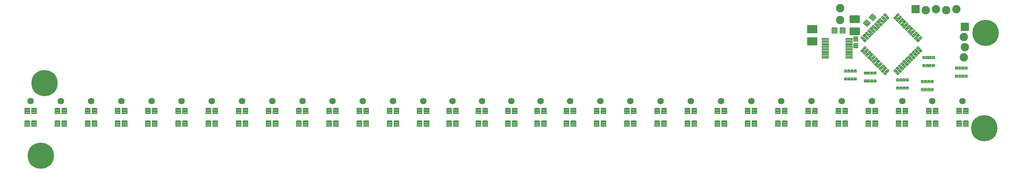
<source format=gts>
G75*
G70*
%OFA0B0*%
%FSLAX24Y24*%
%IPPOS*%
%LPD*%
%AMOC8*
5,1,8,0,0,1.08239X$1,22.5*
%
%ADD10C,0.2580*%
%ADD11C,0.0083*%
%ADD12C,0.0086*%
%ADD13C,0.0081*%
%ADD14C,0.0080*%
%ADD15C,0.0081*%
%ADD16R,0.0820X0.0820*%
%ADD17C,0.0820*%
%ADD18C,0.0081*%
%ADD19C,0.0640*%
D10*
X002545Y002706D03*
X002925Y009846D03*
X095045Y005406D03*
X095185Y014766D03*
D11*
X084094Y016655D02*
X083762Y016323D01*
X084094Y016655D02*
X084454Y016295D01*
X084122Y015963D01*
X083762Y016323D01*
X084040Y016045D02*
X084204Y016045D01*
X084286Y016127D02*
X083958Y016127D01*
X083876Y016209D02*
X084368Y016209D01*
X084450Y016291D02*
X083794Y016291D01*
X083812Y016373D02*
X084376Y016373D01*
X084294Y016455D02*
X083894Y016455D01*
X083976Y016537D02*
X084212Y016537D01*
X084130Y016619D02*
X084058Y016619D01*
X083528Y016089D02*
X083196Y015757D01*
X083528Y016089D02*
X083888Y015729D01*
X083556Y015397D01*
X083196Y015757D01*
X083474Y015479D02*
X083638Y015479D01*
X083720Y015561D02*
X083392Y015561D01*
X083310Y015643D02*
X083802Y015643D01*
X083884Y015725D02*
X083228Y015725D01*
X083246Y015807D02*
X083810Y015807D01*
X083728Y015889D02*
X083328Y015889D01*
X083410Y015971D02*
X083646Y015971D01*
X083564Y016053D02*
X083492Y016053D01*
X081400Y014751D02*
X080930Y014751D01*
X080930Y015261D01*
X081400Y015261D01*
X081400Y014751D01*
X081400Y014833D02*
X080930Y014833D01*
X080930Y014915D02*
X081400Y014915D01*
X081400Y014997D02*
X080930Y014997D01*
X080930Y015079D02*
X081400Y015079D01*
X081400Y015161D02*
X080930Y015161D01*
X080930Y015243D02*
X081400Y015243D01*
X080600Y014751D02*
X080130Y014751D01*
X080130Y015261D01*
X080600Y015261D01*
X080600Y014751D01*
X080600Y014833D02*
X080130Y014833D01*
X080130Y014915D02*
X080600Y014915D01*
X080600Y014997D02*
X080130Y014997D01*
X080130Y015079D02*
X080600Y015079D01*
X080600Y015161D02*
X080130Y015161D01*
X080130Y015243D02*
X080600Y015243D01*
X080500Y006832D02*
X080970Y006832D01*
X080500Y006832D02*
X080500Y007380D01*
X080970Y007380D01*
X080970Y006832D01*
X080970Y006914D02*
X080500Y006914D01*
X080500Y006996D02*
X080970Y006996D01*
X080970Y007078D02*
X080500Y007078D01*
X080500Y007160D02*
X080970Y007160D01*
X080970Y007242D02*
X080500Y007242D01*
X080500Y007324D02*
X080970Y007324D01*
X081170Y006832D02*
X081640Y006832D01*
X081170Y006832D02*
X081170Y007380D01*
X081640Y007380D01*
X081640Y006832D01*
X081640Y006914D02*
X081170Y006914D01*
X081170Y006996D02*
X081640Y006996D01*
X081640Y007078D02*
X081170Y007078D01*
X081170Y007160D02*
X081640Y007160D01*
X081640Y007242D02*
X081170Y007242D01*
X081170Y007324D02*
X081640Y007324D01*
X083460Y006832D02*
X083930Y006832D01*
X083460Y006832D02*
X083460Y007380D01*
X083930Y007380D01*
X083930Y006832D01*
X083930Y006914D02*
X083460Y006914D01*
X083460Y006996D02*
X083930Y006996D01*
X083930Y007078D02*
X083460Y007078D01*
X083460Y007160D02*
X083930Y007160D01*
X083930Y007242D02*
X083460Y007242D01*
X083460Y007324D02*
X083930Y007324D01*
X084130Y006832D02*
X084600Y006832D01*
X084130Y006832D02*
X084130Y007380D01*
X084600Y007380D01*
X084600Y006832D01*
X084600Y006914D02*
X084130Y006914D01*
X084130Y006996D02*
X084600Y006996D01*
X084600Y007078D02*
X084130Y007078D01*
X084130Y007160D02*
X084600Y007160D01*
X084600Y007242D02*
X084130Y007242D01*
X084130Y007324D02*
X084600Y007324D01*
X086420Y006832D02*
X086890Y006832D01*
X086420Y006832D02*
X086420Y007380D01*
X086890Y007380D01*
X086890Y006832D01*
X086890Y006914D02*
X086420Y006914D01*
X086420Y006996D02*
X086890Y006996D01*
X086890Y007078D02*
X086420Y007078D01*
X086420Y007160D02*
X086890Y007160D01*
X086890Y007242D02*
X086420Y007242D01*
X086420Y007324D02*
X086890Y007324D01*
X087090Y006832D02*
X087560Y006832D01*
X087090Y006832D02*
X087090Y007380D01*
X087560Y007380D01*
X087560Y006832D01*
X087560Y006914D02*
X087090Y006914D01*
X087090Y006996D02*
X087560Y006996D01*
X087560Y007078D02*
X087090Y007078D01*
X087090Y007160D02*
X087560Y007160D01*
X087560Y007242D02*
X087090Y007242D01*
X087090Y007324D02*
X087560Y007324D01*
X089380Y006832D02*
X089850Y006832D01*
X089380Y006832D02*
X089380Y007380D01*
X089850Y007380D01*
X089850Y006832D01*
X089850Y006914D02*
X089380Y006914D01*
X089380Y006996D02*
X089850Y006996D01*
X089850Y007078D02*
X089380Y007078D01*
X089380Y007160D02*
X089850Y007160D01*
X089850Y007242D02*
X089380Y007242D01*
X089380Y007324D02*
X089850Y007324D01*
X090050Y006832D02*
X090520Y006832D01*
X090050Y006832D02*
X090050Y007380D01*
X090520Y007380D01*
X090520Y006832D01*
X090520Y006914D02*
X090050Y006914D01*
X090050Y006996D02*
X090520Y006996D01*
X090520Y007078D02*
X090050Y007078D01*
X090050Y007160D02*
X090520Y007160D01*
X090520Y007242D02*
X090050Y007242D01*
X090050Y007324D02*
X090520Y007324D01*
X092340Y006832D02*
X092810Y006832D01*
X092340Y006832D02*
X092340Y007380D01*
X092810Y007380D01*
X092810Y006832D01*
X092810Y006914D02*
X092340Y006914D01*
X092340Y006996D02*
X092810Y006996D01*
X092810Y007078D02*
X092340Y007078D01*
X092340Y007160D02*
X092810Y007160D01*
X092810Y007242D02*
X092340Y007242D01*
X092340Y007324D02*
X092810Y007324D01*
X093010Y006832D02*
X093480Y006832D01*
X093010Y006832D02*
X093010Y007380D01*
X093480Y007380D01*
X093480Y006832D01*
X093480Y006914D02*
X093010Y006914D01*
X093010Y006996D02*
X093480Y006996D01*
X093480Y007078D02*
X093010Y007078D01*
X093010Y007160D02*
X093480Y007160D01*
X093480Y007242D02*
X093010Y007242D01*
X093010Y007324D02*
X093480Y007324D01*
X093480Y005592D02*
X093010Y005592D01*
X093010Y006140D01*
X093480Y006140D01*
X093480Y005592D01*
X093480Y005674D02*
X093010Y005674D01*
X093010Y005756D02*
X093480Y005756D01*
X093480Y005838D02*
X093010Y005838D01*
X093010Y005920D02*
X093480Y005920D01*
X093480Y006002D02*
X093010Y006002D01*
X093010Y006084D02*
X093480Y006084D01*
X092810Y005592D02*
X092340Y005592D01*
X092340Y006140D01*
X092810Y006140D01*
X092810Y005592D01*
X092810Y005674D02*
X092340Y005674D01*
X092340Y005756D02*
X092810Y005756D01*
X092810Y005838D02*
X092340Y005838D01*
X092340Y005920D02*
X092810Y005920D01*
X092810Y006002D02*
X092340Y006002D01*
X092340Y006084D02*
X092810Y006084D01*
X090520Y005592D02*
X090050Y005592D01*
X090050Y006140D01*
X090520Y006140D01*
X090520Y005592D01*
X090520Y005674D02*
X090050Y005674D01*
X090050Y005756D02*
X090520Y005756D01*
X090520Y005838D02*
X090050Y005838D01*
X090050Y005920D02*
X090520Y005920D01*
X090520Y006002D02*
X090050Y006002D01*
X090050Y006084D02*
X090520Y006084D01*
X089850Y005592D02*
X089380Y005592D01*
X089380Y006140D01*
X089850Y006140D01*
X089850Y005592D01*
X089850Y005674D02*
X089380Y005674D01*
X089380Y005756D02*
X089850Y005756D01*
X089850Y005838D02*
X089380Y005838D01*
X089380Y005920D02*
X089850Y005920D01*
X089850Y006002D02*
X089380Y006002D01*
X089380Y006084D02*
X089850Y006084D01*
X087560Y005592D02*
X087090Y005592D01*
X087090Y006140D01*
X087560Y006140D01*
X087560Y005592D01*
X087560Y005674D02*
X087090Y005674D01*
X087090Y005756D02*
X087560Y005756D01*
X087560Y005838D02*
X087090Y005838D01*
X087090Y005920D02*
X087560Y005920D01*
X087560Y006002D02*
X087090Y006002D01*
X087090Y006084D02*
X087560Y006084D01*
X086890Y005592D02*
X086420Y005592D01*
X086420Y006140D01*
X086890Y006140D01*
X086890Y005592D01*
X086890Y005674D02*
X086420Y005674D01*
X086420Y005756D02*
X086890Y005756D01*
X086890Y005838D02*
X086420Y005838D01*
X086420Y005920D02*
X086890Y005920D01*
X086890Y006002D02*
X086420Y006002D01*
X086420Y006084D02*
X086890Y006084D01*
X084600Y005592D02*
X084130Y005592D01*
X084130Y006140D01*
X084600Y006140D01*
X084600Y005592D01*
X084600Y005674D02*
X084130Y005674D01*
X084130Y005756D02*
X084600Y005756D01*
X084600Y005838D02*
X084130Y005838D01*
X084130Y005920D02*
X084600Y005920D01*
X084600Y006002D02*
X084130Y006002D01*
X084130Y006084D02*
X084600Y006084D01*
X083930Y005592D02*
X083460Y005592D01*
X083460Y006140D01*
X083930Y006140D01*
X083930Y005592D01*
X083930Y005674D02*
X083460Y005674D01*
X083460Y005756D02*
X083930Y005756D01*
X083930Y005838D02*
X083460Y005838D01*
X083460Y005920D02*
X083930Y005920D01*
X083930Y006002D02*
X083460Y006002D01*
X083460Y006084D02*
X083930Y006084D01*
X081640Y005592D02*
X081170Y005592D01*
X081170Y006140D01*
X081640Y006140D01*
X081640Y005592D01*
X081640Y005674D02*
X081170Y005674D01*
X081170Y005756D02*
X081640Y005756D01*
X081640Y005838D02*
X081170Y005838D01*
X081170Y005920D02*
X081640Y005920D01*
X081640Y006002D02*
X081170Y006002D01*
X081170Y006084D02*
X081640Y006084D01*
X080970Y005592D02*
X080500Y005592D01*
X080500Y006140D01*
X080970Y006140D01*
X080970Y005592D01*
X080970Y005674D02*
X080500Y005674D01*
X080500Y005756D02*
X080970Y005756D01*
X080970Y005838D02*
X080500Y005838D01*
X080500Y005920D02*
X080970Y005920D01*
X080970Y006002D02*
X080500Y006002D01*
X080500Y006084D02*
X080970Y006084D01*
X078680Y005592D02*
X078210Y005592D01*
X078210Y006140D01*
X078680Y006140D01*
X078680Y005592D01*
X078680Y005674D02*
X078210Y005674D01*
X078210Y005756D02*
X078680Y005756D01*
X078680Y005838D02*
X078210Y005838D01*
X078210Y005920D02*
X078680Y005920D01*
X078680Y006002D02*
X078210Y006002D01*
X078210Y006084D02*
X078680Y006084D01*
X078010Y005592D02*
X077540Y005592D01*
X077540Y006140D01*
X078010Y006140D01*
X078010Y005592D01*
X078010Y005674D02*
X077540Y005674D01*
X077540Y005756D02*
X078010Y005756D01*
X078010Y005838D02*
X077540Y005838D01*
X077540Y005920D02*
X078010Y005920D01*
X078010Y006002D02*
X077540Y006002D01*
X077540Y006084D02*
X078010Y006084D01*
X075720Y005592D02*
X075250Y005592D01*
X075250Y006140D01*
X075720Y006140D01*
X075720Y005592D01*
X075720Y005674D02*
X075250Y005674D01*
X075250Y005756D02*
X075720Y005756D01*
X075720Y005838D02*
X075250Y005838D01*
X075250Y005920D02*
X075720Y005920D01*
X075720Y006002D02*
X075250Y006002D01*
X075250Y006084D02*
X075720Y006084D01*
X075050Y005592D02*
X074580Y005592D01*
X074580Y006140D01*
X075050Y006140D01*
X075050Y005592D01*
X075050Y005674D02*
X074580Y005674D01*
X074580Y005756D02*
X075050Y005756D01*
X075050Y005838D02*
X074580Y005838D01*
X074580Y005920D02*
X075050Y005920D01*
X075050Y006002D02*
X074580Y006002D01*
X074580Y006084D02*
X075050Y006084D01*
X072760Y005592D02*
X072290Y005592D01*
X072290Y006140D01*
X072760Y006140D01*
X072760Y005592D01*
X072760Y005674D02*
X072290Y005674D01*
X072290Y005756D02*
X072760Y005756D01*
X072760Y005838D02*
X072290Y005838D01*
X072290Y005920D02*
X072760Y005920D01*
X072760Y006002D02*
X072290Y006002D01*
X072290Y006084D02*
X072760Y006084D01*
X072090Y005592D02*
X071620Y005592D01*
X071620Y006140D01*
X072090Y006140D01*
X072090Y005592D01*
X072090Y005674D02*
X071620Y005674D01*
X071620Y005756D02*
X072090Y005756D01*
X072090Y005838D02*
X071620Y005838D01*
X071620Y005920D02*
X072090Y005920D01*
X072090Y006002D02*
X071620Y006002D01*
X071620Y006084D02*
X072090Y006084D01*
X069800Y005592D02*
X069330Y005592D01*
X069330Y006140D01*
X069800Y006140D01*
X069800Y005592D01*
X069800Y005674D02*
X069330Y005674D01*
X069330Y005756D02*
X069800Y005756D01*
X069800Y005838D02*
X069330Y005838D01*
X069330Y005920D02*
X069800Y005920D01*
X069800Y006002D02*
X069330Y006002D01*
X069330Y006084D02*
X069800Y006084D01*
X069130Y005592D02*
X068660Y005592D01*
X068660Y006140D01*
X069130Y006140D01*
X069130Y005592D01*
X069130Y005674D02*
X068660Y005674D01*
X068660Y005756D02*
X069130Y005756D01*
X069130Y005838D02*
X068660Y005838D01*
X068660Y005920D02*
X069130Y005920D01*
X069130Y006002D02*
X068660Y006002D01*
X068660Y006084D02*
X069130Y006084D01*
X066840Y005592D02*
X066370Y005592D01*
X066370Y006140D01*
X066840Y006140D01*
X066840Y005592D01*
X066840Y005674D02*
X066370Y005674D01*
X066370Y005756D02*
X066840Y005756D01*
X066840Y005838D02*
X066370Y005838D01*
X066370Y005920D02*
X066840Y005920D01*
X066840Y006002D02*
X066370Y006002D01*
X066370Y006084D02*
X066840Y006084D01*
X066170Y005592D02*
X065700Y005592D01*
X065700Y006140D01*
X066170Y006140D01*
X066170Y005592D01*
X066170Y005674D02*
X065700Y005674D01*
X065700Y005756D02*
X066170Y005756D01*
X066170Y005838D02*
X065700Y005838D01*
X065700Y005920D02*
X066170Y005920D01*
X066170Y006002D02*
X065700Y006002D01*
X065700Y006084D02*
X066170Y006084D01*
X063880Y005592D02*
X063410Y005592D01*
X063410Y006140D01*
X063880Y006140D01*
X063880Y005592D01*
X063880Y005674D02*
X063410Y005674D01*
X063410Y005756D02*
X063880Y005756D01*
X063880Y005838D02*
X063410Y005838D01*
X063410Y005920D02*
X063880Y005920D01*
X063880Y006002D02*
X063410Y006002D01*
X063410Y006084D02*
X063880Y006084D01*
X063210Y005592D02*
X062740Y005592D01*
X062740Y006140D01*
X063210Y006140D01*
X063210Y005592D01*
X063210Y005674D02*
X062740Y005674D01*
X062740Y005756D02*
X063210Y005756D01*
X063210Y005838D02*
X062740Y005838D01*
X062740Y005920D02*
X063210Y005920D01*
X063210Y006002D02*
X062740Y006002D01*
X062740Y006084D02*
X063210Y006084D01*
X060920Y005592D02*
X060450Y005592D01*
X060450Y006140D01*
X060920Y006140D01*
X060920Y005592D01*
X060920Y005674D02*
X060450Y005674D01*
X060450Y005756D02*
X060920Y005756D01*
X060920Y005838D02*
X060450Y005838D01*
X060450Y005920D02*
X060920Y005920D01*
X060920Y006002D02*
X060450Y006002D01*
X060450Y006084D02*
X060920Y006084D01*
X060250Y005592D02*
X059780Y005592D01*
X059780Y006140D01*
X060250Y006140D01*
X060250Y005592D01*
X060250Y005674D02*
X059780Y005674D01*
X059780Y005756D02*
X060250Y005756D01*
X060250Y005838D02*
X059780Y005838D01*
X059780Y005920D02*
X060250Y005920D01*
X060250Y006002D02*
X059780Y006002D01*
X059780Y006084D02*
X060250Y006084D01*
X057960Y005592D02*
X057490Y005592D01*
X057490Y006140D01*
X057960Y006140D01*
X057960Y005592D01*
X057960Y005674D02*
X057490Y005674D01*
X057490Y005756D02*
X057960Y005756D01*
X057960Y005838D02*
X057490Y005838D01*
X057490Y005920D02*
X057960Y005920D01*
X057960Y006002D02*
X057490Y006002D01*
X057490Y006084D02*
X057960Y006084D01*
X057290Y005592D02*
X056820Y005592D01*
X056820Y006140D01*
X057290Y006140D01*
X057290Y005592D01*
X057290Y005674D02*
X056820Y005674D01*
X056820Y005756D02*
X057290Y005756D01*
X057290Y005838D02*
X056820Y005838D01*
X056820Y005920D02*
X057290Y005920D01*
X057290Y006002D02*
X056820Y006002D01*
X056820Y006084D02*
X057290Y006084D01*
X055000Y005592D02*
X054530Y005592D01*
X054530Y006140D01*
X055000Y006140D01*
X055000Y005592D01*
X055000Y005674D02*
X054530Y005674D01*
X054530Y005756D02*
X055000Y005756D01*
X055000Y005838D02*
X054530Y005838D01*
X054530Y005920D02*
X055000Y005920D01*
X055000Y006002D02*
X054530Y006002D01*
X054530Y006084D02*
X055000Y006084D01*
X054330Y005592D02*
X053860Y005592D01*
X053860Y006140D01*
X054330Y006140D01*
X054330Y005592D01*
X054330Y005674D02*
X053860Y005674D01*
X053860Y005756D02*
X054330Y005756D01*
X054330Y005838D02*
X053860Y005838D01*
X053860Y005920D02*
X054330Y005920D01*
X054330Y006002D02*
X053860Y006002D01*
X053860Y006084D02*
X054330Y006084D01*
X052120Y005592D02*
X051650Y005592D01*
X051650Y006140D01*
X052120Y006140D01*
X052120Y005592D01*
X052120Y005674D02*
X051650Y005674D01*
X051650Y005756D02*
X052120Y005756D01*
X052120Y005838D02*
X051650Y005838D01*
X051650Y005920D02*
X052120Y005920D01*
X052120Y006002D02*
X051650Y006002D01*
X051650Y006084D02*
X052120Y006084D01*
X051450Y005592D02*
X050980Y005592D01*
X050980Y006140D01*
X051450Y006140D01*
X051450Y005592D01*
X051450Y005674D02*
X050980Y005674D01*
X050980Y005756D02*
X051450Y005756D01*
X051450Y005838D02*
X050980Y005838D01*
X050980Y005920D02*
X051450Y005920D01*
X051450Y006002D02*
X050980Y006002D01*
X050980Y006084D02*
X051450Y006084D01*
X049240Y005592D02*
X048770Y005592D01*
X048770Y006140D01*
X049240Y006140D01*
X049240Y005592D01*
X049240Y005674D02*
X048770Y005674D01*
X048770Y005756D02*
X049240Y005756D01*
X049240Y005838D02*
X048770Y005838D01*
X048770Y005920D02*
X049240Y005920D01*
X049240Y006002D02*
X048770Y006002D01*
X048770Y006084D02*
X049240Y006084D01*
X048570Y005592D02*
X048100Y005592D01*
X048100Y006140D01*
X048570Y006140D01*
X048570Y005592D01*
X048570Y005674D02*
X048100Y005674D01*
X048100Y005756D02*
X048570Y005756D01*
X048570Y005838D02*
X048100Y005838D01*
X048100Y005920D02*
X048570Y005920D01*
X048570Y006002D02*
X048100Y006002D01*
X048100Y006084D02*
X048570Y006084D01*
X046360Y005592D02*
X045890Y005592D01*
X045890Y006140D01*
X046360Y006140D01*
X046360Y005592D01*
X046360Y005674D02*
X045890Y005674D01*
X045890Y005756D02*
X046360Y005756D01*
X046360Y005838D02*
X045890Y005838D01*
X045890Y005920D02*
X046360Y005920D01*
X046360Y006002D02*
X045890Y006002D01*
X045890Y006084D02*
X046360Y006084D01*
X045690Y005592D02*
X045220Y005592D01*
X045220Y006140D01*
X045690Y006140D01*
X045690Y005592D01*
X045690Y005674D02*
X045220Y005674D01*
X045220Y005756D02*
X045690Y005756D01*
X045690Y005838D02*
X045220Y005838D01*
X045220Y005920D02*
X045690Y005920D01*
X045690Y006002D02*
X045220Y006002D01*
X045220Y006084D02*
X045690Y006084D01*
X043480Y005592D02*
X043010Y005592D01*
X043010Y006140D01*
X043480Y006140D01*
X043480Y005592D01*
X043480Y005674D02*
X043010Y005674D01*
X043010Y005756D02*
X043480Y005756D01*
X043480Y005838D02*
X043010Y005838D01*
X043010Y005920D02*
X043480Y005920D01*
X043480Y006002D02*
X043010Y006002D01*
X043010Y006084D02*
X043480Y006084D01*
X042810Y005592D02*
X042340Y005592D01*
X042340Y006140D01*
X042810Y006140D01*
X042810Y005592D01*
X042810Y005674D02*
X042340Y005674D01*
X042340Y005756D02*
X042810Y005756D01*
X042810Y005838D02*
X042340Y005838D01*
X042340Y005920D02*
X042810Y005920D01*
X042810Y006002D02*
X042340Y006002D01*
X042340Y006084D02*
X042810Y006084D01*
X040600Y005592D02*
X040130Y005592D01*
X040130Y006140D01*
X040600Y006140D01*
X040600Y005592D01*
X040600Y005674D02*
X040130Y005674D01*
X040130Y005756D02*
X040600Y005756D01*
X040600Y005838D02*
X040130Y005838D01*
X040130Y005920D02*
X040600Y005920D01*
X040600Y006002D02*
X040130Y006002D01*
X040130Y006084D02*
X040600Y006084D01*
X039930Y005592D02*
X039460Y005592D01*
X039460Y006140D01*
X039930Y006140D01*
X039930Y005592D01*
X039930Y005674D02*
X039460Y005674D01*
X039460Y005756D02*
X039930Y005756D01*
X039930Y005838D02*
X039460Y005838D01*
X039460Y005920D02*
X039930Y005920D01*
X039930Y006002D02*
X039460Y006002D01*
X039460Y006084D02*
X039930Y006084D01*
X037640Y005592D02*
X037170Y005592D01*
X037170Y006140D01*
X037640Y006140D01*
X037640Y005592D01*
X037640Y005674D02*
X037170Y005674D01*
X037170Y005756D02*
X037640Y005756D01*
X037640Y005838D02*
X037170Y005838D01*
X037170Y005920D02*
X037640Y005920D01*
X037640Y006002D02*
X037170Y006002D01*
X037170Y006084D02*
X037640Y006084D01*
X036970Y005592D02*
X036500Y005592D01*
X036500Y006140D01*
X036970Y006140D01*
X036970Y005592D01*
X036970Y005674D02*
X036500Y005674D01*
X036500Y005756D02*
X036970Y005756D01*
X036970Y005838D02*
X036500Y005838D01*
X036500Y005920D02*
X036970Y005920D01*
X036970Y006002D02*
X036500Y006002D01*
X036500Y006084D02*
X036970Y006084D01*
X034680Y005592D02*
X034210Y005592D01*
X034210Y006140D01*
X034680Y006140D01*
X034680Y005592D01*
X034680Y005674D02*
X034210Y005674D01*
X034210Y005756D02*
X034680Y005756D01*
X034680Y005838D02*
X034210Y005838D01*
X034210Y005920D02*
X034680Y005920D01*
X034680Y006002D02*
X034210Y006002D01*
X034210Y006084D02*
X034680Y006084D01*
X034010Y005592D02*
X033540Y005592D01*
X033540Y006140D01*
X034010Y006140D01*
X034010Y005592D01*
X034010Y005674D02*
X033540Y005674D01*
X033540Y005756D02*
X034010Y005756D01*
X034010Y005838D02*
X033540Y005838D01*
X033540Y005920D02*
X034010Y005920D01*
X034010Y006002D02*
X033540Y006002D01*
X033540Y006084D02*
X034010Y006084D01*
X031720Y005592D02*
X031250Y005592D01*
X031250Y006140D01*
X031720Y006140D01*
X031720Y005592D01*
X031720Y005674D02*
X031250Y005674D01*
X031250Y005756D02*
X031720Y005756D01*
X031720Y005838D02*
X031250Y005838D01*
X031250Y005920D02*
X031720Y005920D01*
X031720Y006002D02*
X031250Y006002D01*
X031250Y006084D02*
X031720Y006084D01*
X031050Y005592D02*
X030580Y005592D01*
X030580Y006140D01*
X031050Y006140D01*
X031050Y005592D01*
X031050Y005674D02*
X030580Y005674D01*
X030580Y005756D02*
X031050Y005756D01*
X031050Y005838D02*
X030580Y005838D01*
X030580Y005920D02*
X031050Y005920D01*
X031050Y006002D02*
X030580Y006002D01*
X030580Y006084D02*
X031050Y006084D01*
X028760Y005592D02*
X028290Y005592D01*
X028290Y006140D01*
X028760Y006140D01*
X028760Y005592D01*
X028760Y005674D02*
X028290Y005674D01*
X028290Y005756D02*
X028760Y005756D01*
X028760Y005838D02*
X028290Y005838D01*
X028290Y005920D02*
X028760Y005920D01*
X028760Y006002D02*
X028290Y006002D01*
X028290Y006084D02*
X028760Y006084D01*
X028090Y005592D02*
X027620Y005592D01*
X027620Y006140D01*
X028090Y006140D01*
X028090Y005592D01*
X028090Y005674D02*
X027620Y005674D01*
X027620Y005756D02*
X028090Y005756D01*
X028090Y005838D02*
X027620Y005838D01*
X027620Y005920D02*
X028090Y005920D01*
X028090Y006002D02*
X027620Y006002D01*
X027620Y006084D02*
X028090Y006084D01*
X025800Y005592D02*
X025330Y005592D01*
X025330Y006140D01*
X025800Y006140D01*
X025800Y005592D01*
X025800Y005674D02*
X025330Y005674D01*
X025330Y005756D02*
X025800Y005756D01*
X025800Y005838D02*
X025330Y005838D01*
X025330Y005920D02*
X025800Y005920D01*
X025800Y006002D02*
X025330Y006002D01*
X025330Y006084D02*
X025800Y006084D01*
X025130Y005592D02*
X024660Y005592D01*
X024660Y006140D01*
X025130Y006140D01*
X025130Y005592D01*
X025130Y005674D02*
X024660Y005674D01*
X024660Y005756D02*
X025130Y005756D01*
X025130Y005838D02*
X024660Y005838D01*
X024660Y005920D02*
X025130Y005920D01*
X025130Y006002D02*
X024660Y006002D01*
X024660Y006084D02*
X025130Y006084D01*
X022840Y005592D02*
X022370Y005592D01*
X022370Y006140D01*
X022840Y006140D01*
X022840Y005592D01*
X022840Y005674D02*
X022370Y005674D01*
X022370Y005756D02*
X022840Y005756D01*
X022840Y005838D02*
X022370Y005838D01*
X022370Y005920D02*
X022840Y005920D01*
X022840Y006002D02*
X022370Y006002D01*
X022370Y006084D02*
X022840Y006084D01*
X022170Y005592D02*
X021700Y005592D01*
X021700Y006140D01*
X022170Y006140D01*
X022170Y005592D01*
X022170Y005674D02*
X021700Y005674D01*
X021700Y005756D02*
X022170Y005756D01*
X022170Y005838D02*
X021700Y005838D01*
X021700Y005920D02*
X022170Y005920D01*
X022170Y006002D02*
X021700Y006002D01*
X021700Y006084D02*
X022170Y006084D01*
X019880Y005592D02*
X019410Y005592D01*
X019410Y006140D01*
X019880Y006140D01*
X019880Y005592D01*
X019880Y005674D02*
X019410Y005674D01*
X019410Y005756D02*
X019880Y005756D01*
X019880Y005838D02*
X019410Y005838D01*
X019410Y005920D02*
X019880Y005920D01*
X019880Y006002D02*
X019410Y006002D01*
X019410Y006084D02*
X019880Y006084D01*
X019210Y005592D02*
X018740Y005592D01*
X018740Y006140D01*
X019210Y006140D01*
X019210Y005592D01*
X019210Y005674D02*
X018740Y005674D01*
X018740Y005756D02*
X019210Y005756D01*
X019210Y005838D02*
X018740Y005838D01*
X018740Y005920D02*
X019210Y005920D01*
X019210Y006002D02*
X018740Y006002D01*
X018740Y006084D02*
X019210Y006084D01*
X016920Y005592D02*
X016450Y005592D01*
X016450Y006140D01*
X016920Y006140D01*
X016920Y005592D01*
X016920Y005674D02*
X016450Y005674D01*
X016450Y005756D02*
X016920Y005756D01*
X016920Y005838D02*
X016450Y005838D01*
X016450Y005920D02*
X016920Y005920D01*
X016920Y006002D02*
X016450Y006002D01*
X016450Y006084D02*
X016920Y006084D01*
X016250Y005592D02*
X015780Y005592D01*
X015780Y006140D01*
X016250Y006140D01*
X016250Y005592D01*
X016250Y005674D02*
X015780Y005674D01*
X015780Y005756D02*
X016250Y005756D01*
X016250Y005838D02*
X015780Y005838D01*
X015780Y005920D02*
X016250Y005920D01*
X016250Y006002D02*
X015780Y006002D01*
X015780Y006084D02*
X016250Y006084D01*
X013960Y005592D02*
X013490Y005592D01*
X013490Y006140D01*
X013960Y006140D01*
X013960Y005592D01*
X013960Y005674D02*
X013490Y005674D01*
X013490Y005756D02*
X013960Y005756D01*
X013960Y005838D02*
X013490Y005838D01*
X013490Y005920D02*
X013960Y005920D01*
X013960Y006002D02*
X013490Y006002D01*
X013490Y006084D02*
X013960Y006084D01*
X013290Y005592D02*
X012820Y005592D01*
X012820Y006140D01*
X013290Y006140D01*
X013290Y005592D01*
X013290Y005674D02*
X012820Y005674D01*
X012820Y005756D02*
X013290Y005756D01*
X013290Y005838D02*
X012820Y005838D01*
X012820Y005920D02*
X013290Y005920D01*
X013290Y006002D02*
X012820Y006002D01*
X012820Y006084D02*
X013290Y006084D01*
X011000Y005592D02*
X010530Y005592D01*
X010530Y006140D01*
X011000Y006140D01*
X011000Y005592D01*
X011000Y005674D02*
X010530Y005674D01*
X010530Y005756D02*
X011000Y005756D01*
X011000Y005838D02*
X010530Y005838D01*
X010530Y005920D02*
X011000Y005920D01*
X011000Y006002D02*
X010530Y006002D01*
X010530Y006084D02*
X011000Y006084D01*
X010330Y005592D02*
X009860Y005592D01*
X009860Y006140D01*
X010330Y006140D01*
X010330Y005592D01*
X010330Y005674D02*
X009860Y005674D01*
X009860Y005756D02*
X010330Y005756D01*
X010330Y005838D02*
X009860Y005838D01*
X009860Y005920D02*
X010330Y005920D01*
X010330Y006002D02*
X009860Y006002D01*
X009860Y006084D02*
X010330Y006084D01*
X008040Y005592D02*
X007570Y005592D01*
X007570Y006140D01*
X008040Y006140D01*
X008040Y005592D01*
X008040Y005674D02*
X007570Y005674D01*
X007570Y005756D02*
X008040Y005756D01*
X008040Y005838D02*
X007570Y005838D01*
X007570Y005920D02*
X008040Y005920D01*
X008040Y006002D02*
X007570Y006002D01*
X007570Y006084D02*
X008040Y006084D01*
X007370Y005592D02*
X006900Y005592D01*
X006900Y006140D01*
X007370Y006140D01*
X007370Y005592D01*
X007370Y005674D02*
X006900Y005674D01*
X006900Y005756D02*
X007370Y005756D01*
X007370Y005838D02*
X006900Y005838D01*
X006900Y005920D02*
X007370Y005920D01*
X007370Y006002D02*
X006900Y006002D01*
X006900Y006084D02*
X007370Y006084D01*
X005080Y005592D02*
X004610Y005592D01*
X004610Y006140D01*
X005080Y006140D01*
X005080Y005592D01*
X005080Y005674D02*
X004610Y005674D01*
X004610Y005756D02*
X005080Y005756D01*
X005080Y005838D02*
X004610Y005838D01*
X004610Y005920D02*
X005080Y005920D01*
X005080Y006002D02*
X004610Y006002D01*
X004610Y006084D02*
X005080Y006084D01*
X004410Y005592D02*
X003940Y005592D01*
X003940Y006140D01*
X004410Y006140D01*
X004410Y005592D01*
X004410Y005674D02*
X003940Y005674D01*
X003940Y005756D02*
X004410Y005756D01*
X004410Y005838D02*
X003940Y005838D01*
X003940Y005920D02*
X004410Y005920D01*
X004410Y006002D02*
X003940Y006002D01*
X003940Y006084D02*
X004410Y006084D01*
X002120Y005592D02*
X001650Y005592D01*
X001650Y006140D01*
X002120Y006140D01*
X002120Y005592D01*
X002120Y005674D02*
X001650Y005674D01*
X001650Y005756D02*
X002120Y005756D01*
X002120Y005838D02*
X001650Y005838D01*
X001650Y005920D02*
X002120Y005920D01*
X002120Y006002D02*
X001650Y006002D01*
X001650Y006084D02*
X002120Y006084D01*
X001450Y005592D02*
X000980Y005592D01*
X000980Y006140D01*
X001450Y006140D01*
X001450Y005592D01*
X001450Y005674D02*
X000980Y005674D01*
X000980Y005756D02*
X001450Y005756D01*
X001450Y005838D02*
X000980Y005838D01*
X000980Y005920D02*
X001450Y005920D01*
X001450Y006002D02*
X000980Y006002D01*
X000980Y006084D02*
X001450Y006084D01*
X001450Y006832D02*
X000980Y006832D01*
X000980Y007380D01*
X001450Y007380D01*
X001450Y006832D01*
X001450Y006914D02*
X000980Y006914D01*
X000980Y006996D02*
X001450Y006996D01*
X001450Y007078D02*
X000980Y007078D01*
X000980Y007160D02*
X001450Y007160D01*
X001450Y007242D02*
X000980Y007242D01*
X000980Y007324D02*
X001450Y007324D01*
X001650Y006832D02*
X002120Y006832D01*
X001650Y006832D02*
X001650Y007380D01*
X002120Y007380D01*
X002120Y006832D01*
X002120Y006914D02*
X001650Y006914D01*
X001650Y006996D02*
X002120Y006996D01*
X002120Y007078D02*
X001650Y007078D01*
X001650Y007160D02*
X002120Y007160D01*
X002120Y007242D02*
X001650Y007242D01*
X001650Y007324D02*
X002120Y007324D01*
X003940Y006832D02*
X004410Y006832D01*
X003940Y006832D02*
X003940Y007380D01*
X004410Y007380D01*
X004410Y006832D01*
X004410Y006914D02*
X003940Y006914D01*
X003940Y006996D02*
X004410Y006996D01*
X004410Y007078D02*
X003940Y007078D01*
X003940Y007160D02*
X004410Y007160D01*
X004410Y007242D02*
X003940Y007242D01*
X003940Y007324D02*
X004410Y007324D01*
X004610Y006832D02*
X005080Y006832D01*
X004610Y006832D02*
X004610Y007380D01*
X005080Y007380D01*
X005080Y006832D01*
X005080Y006914D02*
X004610Y006914D01*
X004610Y006996D02*
X005080Y006996D01*
X005080Y007078D02*
X004610Y007078D01*
X004610Y007160D02*
X005080Y007160D01*
X005080Y007242D02*
X004610Y007242D01*
X004610Y007324D02*
X005080Y007324D01*
X006900Y006832D02*
X007370Y006832D01*
X006900Y006832D02*
X006900Y007380D01*
X007370Y007380D01*
X007370Y006832D01*
X007370Y006914D02*
X006900Y006914D01*
X006900Y006996D02*
X007370Y006996D01*
X007370Y007078D02*
X006900Y007078D01*
X006900Y007160D02*
X007370Y007160D01*
X007370Y007242D02*
X006900Y007242D01*
X006900Y007324D02*
X007370Y007324D01*
X007570Y006832D02*
X008040Y006832D01*
X007570Y006832D02*
X007570Y007380D01*
X008040Y007380D01*
X008040Y006832D01*
X008040Y006914D02*
X007570Y006914D01*
X007570Y006996D02*
X008040Y006996D01*
X008040Y007078D02*
X007570Y007078D01*
X007570Y007160D02*
X008040Y007160D01*
X008040Y007242D02*
X007570Y007242D01*
X007570Y007324D02*
X008040Y007324D01*
X009860Y006832D02*
X010330Y006832D01*
X009860Y006832D02*
X009860Y007380D01*
X010330Y007380D01*
X010330Y006832D01*
X010330Y006914D02*
X009860Y006914D01*
X009860Y006996D02*
X010330Y006996D01*
X010330Y007078D02*
X009860Y007078D01*
X009860Y007160D02*
X010330Y007160D01*
X010330Y007242D02*
X009860Y007242D01*
X009860Y007324D02*
X010330Y007324D01*
X010530Y006832D02*
X011000Y006832D01*
X010530Y006832D02*
X010530Y007380D01*
X011000Y007380D01*
X011000Y006832D01*
X011000Y006914D02*
X010530Y006914D01*
X010530Y006996D02*
X011000Y006996D01*
X011000Y007078D02*
X010530Y007078D01*
X010530Y007160D02*
X011000Y007160D01*
X011000Y007242D02*
X010530Y007242D01*
X010530Y007324D02*
X011000Y007324D01*
X012820Y006832D02*
X013290Y006832D01*
X012820Y006832D02*
X012820Y007380D01*
X013290Y007380D01*
X013290Y006832D01*
X013290Y006914D02*
X012820Y006914D01*
X012820Y006996D02*
X013290Y006996D01*
X013290Y007078D02*
X012820Y007078D01*
X012820Y007160D02*
X013290Y007160D01*
X013290Y007242D02*
X012820Y007242D01*
X012820Y007324D02*
X013290Y007324D01*
X013490Y006832D02*
X013960Y006832D01*
X013490Y006832D02*
X013490Y007380D01*
X013960Y007380D01*
X013960Y006832D01*
X013960Y006914D02*
X013490Y006914D01*
X013490Y006996D02*
X013960Y006996D01*
X013960Y007078D02*
X013490Y007078D01*
X013490Y007160D02*
X013960Y007160D01*
X013960Y007242D02*
X013490Y007242D01*
X013490Y007324D02*
X013960Y007324D01*
X015780Y006832D02*
X016250Y006832D01*
X015780Y006832D02*
X015780Y007380D01*
X016250Y007380D01*
X016250Y006832D01*
X016250Y006914D02*
X015780Y006914D01*
X015780Y006996D02*
X016250Y006996D01*
X016250Y007078D02*
X015780Y007078D01*
X015780Y007160D02*
X016250Y007160D01*
X016250Y007242D02*
X015780Y007242D01*
X015780Y007324D02*
X016250Y007324D01*
X016450Y006832D02*
X016920Y006832D01*
X016450Y006832D02*
X016450Y007380D01*
X016920Y007380D01*
X016920Y006832D01*
X016920Y006914D02*
X016450Y006914D01*
X016450Y006996D02*
X016920Y006996D01*
X016920Y007078D02*
X016450Y007078D01*
X016450Y007160D02*
X016920Y007160D01*
X016920Y007242D02*
X016450Y007242D01*
X016450Y007324D02*
X016920Y007324D01*
X018740Y006832D02*
X019210Y006832D01*
X018740Y006832D02*
X018740Y007380D01*
X019210Y007380D01*
X019210Y006832D01*
X019210Y006914D02*
X018740Y006914D01*
X018740Y006996D02*
X019210Y006996D01*
X019210Y007078D02*
X018740Y007078D01*
X018740Y007160D02*
X019210Y007160D01*
X019210Y007242D02*
X018740Y007242D01*
X018740Y007324D02*
X019210Y007324D01*
X019410Y006832D02*
X019880Y006832D01*
X019410Y006832D02*
X019410Y007380D01*
X019880Y007380D01*
X019880Y006832D01*
X019880Y006914D02*
X019410Y006914D01*
X019410Y006996D02*
X019880Y006996D01*
X019880Y007078D02*
X019410Y007078D01*
X019410Y007160D02*
X019880Y007160D01*
X019880Y007242D02*
X019410Y007242D01*
X019410Y007324D02*
X019880Y007324D01*
X021700Y006832D02*
X022170Y006832D01*
X021700Y006832D02*
X021700Y007380D01*
X022170Y007380D01*
X022170Y006832D01*
X022170Y006914D02*
X021700Y006914D01*
X021700Y006996D02*
X022170Y006996D01*
X022170Y007078D02*
X021700Y007078D01*
X021700Y007160D02*
X022170Y007160D01*
X022170Y007242D02*
X021700Y007242D01*
X021700Y007324D02*
X022170Y007324D01*
X022370Y006832D02*
X022840Y006832D01*
X022370Y006832D02*
X022370Y007380D01*
X022840Y007380D01*
X022840Y006832D01*
X022840Y006914D02*
X022370Y006914D01*
X022370Y006996D02*
X022840Y006996D01*
X022840Y007078D02*
X022370Y007078D01*
X022370Y007160D02*
X022840Y007160D01*
X022840Y007242D02*
X022370Y007242D01*
X022370Y007324D02*
X022840Y007324D01*
X024660Y006832D02*
X025130Y006832D01*
X024660Y006832D02*
X024660Y007380D01*
X025130Y007380D01*
X025130Y006832D01*
X025130Y006914D02*
X024660Y006914D01*
X024660Y006996D02*
X025130Y006996D01*
X025130Y007078D02*
X024660Y007078D01*
X024660Y007160D02*
X025130Y007160D01*
X025130Y007242D02*
X024660Y007242D01*
X024660Y007324D02*
X025130Y007324D01*
X025330Y006832D02*
X025800Y006832D01*
X025330Y006832D02*
X025330Y007380D01*
X025800Y007380D01*
X025800Y006832D01*
X025800Y006914D02*
X025330Y006914D01*
X025330Y006996D02*
X025800Y006996D01*
X025800Y007078D02*
X025330Y007078D01*
X025330Y007160D02*
X025800Y007160D01*
X025800Y007242D02*
X025330Y007242D01*
X025330Y007324D02*
X025800Y007324D01*
X027620Y006832D02*
X028090Y006832D01*
X027620Y006832D02*
X027620Y007380D01*
X028090Y007380D01*
X028090Y006832D01*
X028090Y006914D02*
X027620Y006914D01*
X027620Y006996D02*
X028090Y006996D01*
X028090Y007078D02*
X027620Y007078D01*
X027620Y007160D02*
X028090Y007160D01*
X028090Y007242D02*
X027620Y007242D01*
X027620Y007324D02*
X028090Y007324D01*
X028290Y006832D02*
X028760Y006832D01*
X028290Y006832D02*
X028290Y007380D01*
X028760Y007380D01*
X028760Y006832D01*
X028760Y006914D02*
X028290Y006914D01*
X028290Y006996D02*
X028760Y006996D01*
X028760Y007078D02*
X028290Y007078D01*
X028290Y007160D02*
X028760Y007160D01*
X028760Y007242D02*
X028290Y007242D01*
X028290Y007324D02*
X028760Y007324D01*
X030580Y006832D02*
X031050Y006832D01*
X030580Y006832D02*
X030580Y007380D01*
X031050Y007380D01*
X031050Y006832D01*
X031050Y006914D02*
X030580Y006914D01*
X030580Y006996D02*
X031050Y006996D01*
X031050Y007078D02*
X030580Y007078D01*
X030580Y007160D02*
X031050Y007160D01*
X031050Y007242D02*
X030580Y007242D01*
X030580Y007324D02*
X031050Y007324D01*
X031250Y006832D02*
X031720Y006832D01*
X031250Y006832D02*
X031250Y007380D01*
X031720Y007380D01*
X031720Y006832D01*
X031720Y006914D02*
X031250Y006914D01*
X031250Y006996D02*
X031720Y006996D01*
X031720Y007078D02*
X031250Y007078D01*
X031250Y007160D02*
X031720Y007160D01*
X031720Y007242D02*
X031250Y007242D01*
X031250Y007324D02*
X031720Y007324D01*
X033540Y006832D02*
X034010Y006832D01*
X033540Y006832D02*
X033540Y007380D01*
X034010Y007380D01*
X034010Y006832D01*
X034010Y006914D02*
X033540Y006914D01*
X033540Y006996D02*
X034010Y006996D01*
X034010Y007078D02*
X033540Y007078D01*
X033540Y007160D02*
X034010Y007160D01*
X034010Y007242D02*
X033540Y007242D01*
X033540Y007324D02*
X034010Y007324D01*
X034210Y006832D02*
X034680Y006832D01*
X034210Y006832D02*
X034210Y007380D01*
X034680Y007380D01*
X034680Y006832D01*
X034680Y006914D02*
X034210Y006914D01*
X034210Y006996D02*
X034680Y006996D01*
X034680Y007078D02*
X034210Y007078D01*
X034210Y007160D02*
X034680Y007160D01*
X034680Y007242D02*
X034210Y007242D01*
X034210Y007324D02*
X034680Y007324D01*
X036500Y006832D02*
X036970Y006832D01*
X036500Y006832D02*
X036500Y007380D01*
X036970Y007380D01*
X036970Y006832D01*
X036970Y006914D02*
X036500Y006914D01*
X036500Y006996D02*
X036970Y006996D01*
X036970Y007078D02*
X036500Y007078D01*
X036500Y007160D02*
X036970Y007160D01*
X036970Y007242D02*
X036500Y007242D01*
X036500Y007324D02*
X036970Y007324D01*
X037170Y006832D02*
X037640Y006832D01*
X037170Y006832D02*
X037170Y007380D01*
X037640Y007380D01*
X037640Y006832D01*
X037640Y006914D02*
X037170Y006914D01*
X037170Y006996D02*
X037640Y006996D01*
X037640Y007078D02*
X037170Y007078D01*
X037170Y007160D02*
X037640Y007160D01*
X037640Y007242D02*
X037170Y007242D01*
X037170Y007324D02*
X037640Y007324D01*
X039460Y006832D02*
X039930Y006832D01*
X039460Y006832D02*
X039460Y007380D01*
X039930Y007380D01*
X039930Y006832D01*
X039930Y006914D02*
X039460Y006914D01*
X039460Y006996D02*
X039930Y006996D01*
X039930Y007078D02*
X039460Y007078D01*
X039460Y007160D02*
X039930Y007160D01*
X039930Y007242D02*
X039460Y007242D01*
X039460Y007324D02*
X039930Y007324D01*
X040130Y006832D02*
X040600Y006832D01*
X040130Y006832D02*
X040130Y007380D01*
X040600Y007380D01*
X040600Y006832D01*
X040600Y006914D02*
X040130Y006914D01*
X040130Y006996D02*
X040600Y006996D01*
X040600Y007078D02*
X040130Y007078D01*
X040130Y007160D02*
X040600Y007160D01*
X040600Y007242D02*
X040130Y007242D01*
X040130Y007324D02*
X040600Y007324D01*
X042340Y006832D02*
X042810Y006832D01*
X042340Y006832D02*
X042340Y007380D01*
X042810Y007380D01*
X042810Y006832D01*
X042810Y006914D02*
X042340Y006914D01*
X042340Y006996D02*
X042810Y006996D01*
X042810Y007078D02*
X042340Y007078D01*
X042340Y007160D02*
X042810Y007160D01*
X042810Y007242D02*
X042340Y007242D01*
X042340Y007324D02*
X042810Y007324D01*
X043010Y006832D02*
X043480Y006832D01*
X043010Y006832D02*
X043010Y007380D01*
X043480Y007380D01*
X043480Y006832D01*
X043480Y006914D02*
X043010Y006914D01*
X043010Y006996D02*
X043480Y006996D01*
X043480Y007078D02*
X043010Y007078D01*
X043010Y007160D02*
X043480Y007160D01*
X043480Y007242D02*
X043010Y007242D01*
X043010Y007324D02*
X043480Y007324D01*
X045220Y006832D02*
X045690Y006832D01*
X045220Y006832D02*
X045220Y007380D01*
X045690Y007380D01*
X045690Y006832D01*
X045690Y006914D02*
X045220Y006914D01*
X045220Y006996D02*
X045690Y006996D01*
X045690Y007078D02*
X045220Y007078D01*
X045220Y007160D02*
X045690Y007160D01*
X045690Y007242D02*
X045220Y007242D01*
X045220Y007324D02*
X045690Y007324D01*
X045890Y006832D02*
X046360Y006832D01*
X045890Y006832D02*
X045890Y007380D01*
X046360Y007380D01*
X046360Y006832D01*
X046360Y006914D02*
X045890Y006914D01*
X045890Y006996D02*
X046360Y006996D01*
X046360Y007078D02*
X045890Y007078D01*
X045890Y007160D02*
X046360Y007160D01*
X046360Y007242D02*
X045890Y007242D01*
X045890Y007324D02*
X046360Y007324D01*
X048100Y006832D02*
X048570Y006832D01*
X048100Y006832D02*
X048100Y007380D01*
X048570Y007380D01*
X048570Y006832D01*
X048570Y006914D02*
X048100Y006914D01*
X048100Y006996D02*
X048570Y006996D01*
X048570Y007078D02*
X048100Y007078D01*
X048100Y007160D02*
X048570Y007160D01*
X048570Y007242D02*
X048100Y007242D01*
X048100Y007324D02*
X048570Y007324D01*
X048770Y006832D02*
X049240Y006832D01*
X048770Y006832D02*
X048770Y007380D01*
X049240Y007380D01*
X049240Y006832D01*
X049240Y006914D02*
X048770Y006914D01*
X048770Y006996D02*
X049240Y006996D01*
X049240Y007078D02*
X048770Y007078D01*
X048770Y007160D02*
X049240Y007160D01*
X049240Y007242D02*
X048770Y007242D01*
X048770Y007324D02*
X049240Y007324D01*
X050980Y006832D02*
X051450Y006832D01*
X050980Y006832D02*
X050980Y007380D01*
X051450Y007380D01*
X051450Y006832D01*
X051450Y006914D02*
X050980Y006914D01*
X050980Y006996D02*
X051450Y006996D01*
X051450Y007078D02*
X050980Y007078D01*
X050980Y007160D02*
X051450Y007160D01*
X051450Y007242D02*
X050980Y007242D01*
X050980Y007324D02*
X051450Y007324D01*
X051650Y006832D02*
X052120Y006832D01*
X051650Y006832D02*
X051650Y007380D01*
X052120Y007380D01*
X052120Y006832D01*
X052120Y006914D02*
X051650Y006914D01*
X051650Y006996D02*
X052120Y006996D01*
X052120Y007078D02*
X051650Y007078D01*
X051650Y007160D02*
X052120Y007160D01*
X052120Y007242D02*
X051650Y007242D01*
X051650Y007324D02*
X052120Y007324D01*
X053860Y006832D02*
X054330Y006832D01*
X053860Y006832D02*
X053860Y007380D01*
X054330Y007380D01*
X054330Y006832D01*
X054330Y006914D02*
X053860Y006914D01*
X053860Y006996D02*
X054330Y006996D01*
X054330Y007078D02*
X053860Y007078D01*
X053860Y007160D02*
X054330Y007160D01*
X054330Y007242D02*
X053860Y007242D01*
X053860Y007324D02*
X054330Y007324D01*
X054530Y006832D02*
X055000Y006832D01*
X054530Y006832D02*
X054530Y007380D01*
X055000Y007380D01*
X055000Y006832D01*
X055000Y006914D02*
X054530Y006914D01*
X054530Y006996D02*
X055000Y006996D01*
X055000Y007078D02*
X054530Y007078D01*
X054530Y007160D02*
X055000Y007160D01*
X055000Y007242D02*
X054530Y007242D01*
X054530Y007324D02*
X055000Y007324D01*
X056820Y006832D02*
X057290Y006832D01*
X056820Y006832D02*
X056820Y007380D01*
X057290Y007380D01*
X057290Y006832D01*
X057290Y006914D02*
X056820Y006914D01*
X056820Y006996D02*
X057290Y006996D01*
X057290Y007078D02*
X056820Y007078D01*
X056820Y007160D02*
X057290Y007160D01*
X057290Y007242D02*
X056820Y007242D01*
X056820Y007324D02*
X057290Y007324D01*
X057490Y006832D02*
X057960Y006832D01*
X057490Y006832D02*
X057490Y007380D01*
X057960Y007380D01*
X057960Y006832D01*
X057960Y006914D02*
X057490Y006914D01*
X057490Y006996D02*
X057960Y006996D01*
X057960Y007078D02*
X057490Y007078D01*
X057490Y007160D02*
X057960Y007160D01*
X057960Y007242D02*
X057490Y007242D01*
X057490Y007324D02*
X057960Y007324D01*
X059780Y006832D02*
X060250Y006832D01*
X059780Y006832D02*
X059780Y007380D01*
X060250Y007380D01*
X060250Y006832D01*
X060250Y006914D02*
X059780Y006914D01*
X059780Y006996D02*
X060250Y006996D01*
X060250Y007078D02*
X059780Y007078D01*
X059780Y007160D02*
X060250Y007160D01*
X060250Y007242D02*
X059780Y007242D01*
X059780Y007324D02*
X060250Y007324D01*
X060450Y006832D02*
X060920Y006832D01*
X060450Y006832D02*
X060450Y007380D01*
X060920Y007380D01*
X060920Y006832D01*
X060920Y006914D02*
X060450Y006914D01*
X060450Y006996D02*
X060920Y006996D01*
X060920Y007078D02*
X060450Y007078D01*
X060450Y007160D02*
X060920Y007160D01*
X060920Y007242D02*
X060450Y007242D01*
X060450Y007324D02*
X060920Y007324D01*
X062740Y006832D02*
X063210Y006832D01*
X062740Y006832D02*
X062740Y007380D01*
X063210Y007380D01*
X063210Y006832D01*
X063210Y006914D02*
X062740Y006914D01*
X062740Y006996D02*
X063210Y006996D01*
X063210Y007078D02*
X062740Y007078D01*
X062740Y007160D02*
X063210Y007160D01*
X063210Y007242D02*
X062740Y007242D01*
X062740Y007324D02*
X063210Y007324D01*
X063410Y006832D02*
X063880Y006832D01*
X063410Y006832D02*
X063410Y007380D01*
X063880Y007380D01*
X063880Y006832D01*
X063880Y006914D02*
X063410Y006914D01*
X063410Y006996D02*
X063880Y006996D01*
X063880Y007078D02*
X063410Y007078D01*
X063410Y007160D02*
X063880Y007160D01*
X063880Y007242D02*
X063410Y007242D01*
X063410Y007324D02*
X063880Y007324D01*
X065700Y006832D02*
X066170Y006832D01*
X065700Y006832D02*
X065700Y007380D01*
X066170Y007380D01*
X066170Y006832D01*
X066170Y006914D02*
X065700Y006914D01*
X065700Y006996D02*
X066170Y006996D01*
X066170Y007078D02*
X065700Y007078D01*
X065700Y007160D02*
X066170Y007160D01*
X066170Y007242D02*
X065700Y007242D01*
X065700Y007324D02*
X066170Y007324D01*
X066370Y006832D02*
X066840Y006832D01*
X066370Y006832D02*
X066370Y007380D01*
X066840Y007380D01*
X066840Y006832D01*
X066840Y006914D02*
X066370Y006914D01*
X066370Y006996D02*
X066840Y006996D01*
X066840Y007078D02*
X066370Y007078D01*
X066370Y007160D02*
X066840Y007160D01*
X066840Y007242D02*
X066370Y007242D01*
X066370Y007324D02*
X066840Y007324D01*
X068660Y006832D02*
X069130Y006832D01*
X068660Y006832D02*
X068660Y007380D01*
X069130Y007380D01*
X069130Y006832D01*
X069130Y006914D02*
X068660Y006914D01*
X068660Y006996D02*
X069130Y006996D01*
X069130Y007078D02*
X068660Y007078D01*
X068660Y007160D02*
X069130Y007160D01*
X069130Y007242D02*
X068660Y007242D01*
X068660Y007324D02*
X069130Y007324D01*
X069330Y006832D02*
X069800Y006832D01*
X069330Y006832D02*
X069330Y007380D01*
X069800Y007380D01*
X069800Y006832D01*
X069800Y006914D02*
X069330Y006914D01*
X069330Y006996D02*
X069800Y006996D01*
X069800Y007078D02*
X069330Y007078D01*
X069330Y007160D02*
X069800Y007160D01*
X069800Y007242D02*
X069330Y007242D01*
X069330Y007324D02*
X069800Y007324D01*
X071620Y006832D02*
X072090Y006832D01*
X071620Y006832D02*
X071620Y007380D01*
X072090Y007380D01*
X072090Y006832D01*
X072090Y006914D02*
X071620Y006914D01*
X071620Y006996D02*
X072090Y006996D01*
X072090Y007078D02*
X071620Y007078D01*
X071620Y007160D02*
X072090Y007160D01*
X072090Y007242D02*
X071620Y007242D01*
X071620Y007324D02*
X072090Y007324D01*
X072290Y006832D02*
X072760Y006832D01*
X072290Y006832D02*
X072290Y007380D01*
X072760Y007380D01*
X072760Y006832D01*
X072760Y006914D02*
X072290Y006914D01*
X072290Y006996D02*
X072760Y006996D01*
X072760Y007078D02*
X072290Y007078D01*
X072290Y007160D02*
X072760Y007160D01*
X072760Y007242D02*
X072290Y007242D01*
X072290Y007324D02*
X072760Y007324D01*
X074580Y006832D02*
X075050Y006832D01*
X074580Y006832D02*
X074580Y007380D01*
X075050Y007380D01*
X075050Y006832D01*
X075050Y006914D02*
X074580Y006914D01*
X074580Y006996D02*
X075050Y006996D01*
X075050Y007078D02*
X074580Y007078D01*
X074580Y007160D02*
X075050Y007160D01*
X075050Y007242D02*
X074580Y007242D01*
X074580Y007324D02*
X075050Y007324D01*
X075250Y006832D02*
X075720Y006832D01*
X075250Y006832D02*
X075250Y007380D01*
X075720Y007380D01*
X075720Y006832D01*
X075720Y006914D02*
X075250Y006914D01*
X075250Y006996D02*
X075720Y006996D01*
X075720Y007078D02*
X075250Y007078D01*
X075250Y007160D02*
X075720Y007160D01*
X075720Y007242D02*
X075250Y007242D01*
X075250Y007324D02*
X075720Y007324D01*
X077540Y006832D02*
X078010Y006832D01*
X077540Y006832D02*
X077540Y007380D01*
X078010Y007380D01*
X078010Y006832D01*
X078010Y006914D02*
X077540Y006914D01*
X077540Y006996D02*
X078010Y006996D01*
X078010Y007078D02*
X077540Y007078D01*
X077540Y007160D02*
X078010Y007160D01*
X078010Y007242D02*
X077540Y007242D01*
X077540Y007324D02*
X078010Y007324D01*
X078210Y006832D02*
X078680Y006832D01*
X078210Y006832D02*
X078210Y007380D01*
X078680Y007380D01*
X078680Y006832D01*
X078680Y006914D02*
X078210Y006914D01*
X078210Y006996D02*
X078680Y006996D01*
X078680Y007078D02*
X078210Y007078D01*
X078210Y007160D02*
X078680Y007160D01*
X078680Y007242D02*
X078210Y007242D01*
X078210Y007324D02*
X078680Y007324D01*
D12*
X077718Y013619D02*
X077718Y014313D01*
X078612Y014313D01*
X078612Y013619D01*
X077718Y013619D01*
X077718Y013704D02*
X078612Y013704D01*
X078612Y013789D02*
X077718Y013789D01*
X077718Y013874D02*
X078612Y013874D01*
X078612Y013959D02*
X077718Y013959D01*
X077718Y014044D02*
X078612Y014044D01*
X078612Y014129D02*
X077718Y014129D01*
X077718Y014214D02*
X078612Y014214D01*
X078612Y014299D02*
X077718Y014299D01*
X077718Y014819D02*
X077718Y015513D01*
X078612Y015513D01*
X078612Y014819D01*
X077718Y014819D01*
X077718Y014904D02*
X078612Y014904D01*
X078612Y014989D02*
X077718Y014989D01*
X077718Y015074D02*
X078612Y015074D01*
X078612Y015159D02*
X077718Y015159D01*
X077718Y015244D02*
X078612Y015244D01*
X078612Y015329D02*
X077718Y015329D01*
X077718Y015414D02*
X078612Y015414D01*
X078612Y015499D02*
X077718Y015499D01*
X081898Y015293D02*
X081898Y014599D01*
X081898Y015293D02*
X082792Y015293D01*
X082792Y014599D01*
X081898Y014599D01*
X081898Y014684D02*
X082792Y014684D01*
X082792Y014769D02*
X081898Y014769D01*
X081898Y014854D02*
X082792Y014854D01*
X082792Y014939D02*
X081898Y014939D01*
X081898Y015024D02*
X082792Y015024D01*
X082792Y015109D02*
X081898Y015109D01*
X081898Y015194D02*
X082792Y015194D01*
X082792Y015279D02*
X081898Y015279D01*
X081898Y015799D02*
X081898Y016493D01*
X082792Y016493D01*
X082792Y015799D01*
X081898Y015799D01*
X081898Y015884D02*
X082792Y015884D01*
X082792Y015969D02*
X081898Y015969D01*
X081898Y016054D02*
X082792Y016054D01*
X082792Y016139D02*
X081898Y016139D01*
X081898Y016224D02*
X082792Y016224D01*
X082792Y016309D02*
X081898Y016309D01*
X081898Y016394D02*
X082792Y016394D01*
X082792Y016479D02*
X081898Y016479D01*
D13*
X089223Y012479D02*
X089223Y012243D01*
X089003Y012243D01*
X089003Y012479D01*
X089223Y012479D01*
X089223Y012323D02*
X089003Y012323D01*
X089003Y012403D02*
X089223Y012403D01*
X089538Y012479D02*
X089538Y012243D01*
X089318Y012243D01*
X089318Y012479D01*
X089538Y012479D01*
X089538Y012323D02*
X089318Y012323D01*
X089318Y012403D02*
X089538Y012403D01*
X089853Y012479D02*
X089853Y012243D01*
X089633Y012243D01*
X089633Y012479D01*
X089853Y012479D01*
X089853Y012323D02*
X089633Y012323D01*
X089633Y012403D02*
X089853Y012403D01*
X090167Y012479D02*
X090167Y012243D01*
X089947Y012243D01*
X089947Y012479D01*
X090167Y012479D01*
X090167Y012323D02*
X089947Y012323D01*
X089947Y012403D02*
X090167Y012403D01*
X090167Y011689D02*
X090167Y011453D01*
X089947Y011453D01*
X089947Y011689D01*
X090167Y011689D01*
X090167Y011533D02*
X089947Y011533D01*
X089947Y011613D02*
X090167Y011613D01*
X089853Y011689D02*
X089853Y011453D01*
X089633Y011453D01*
X089633Y011689D01*
X089853Y011689D01*
X089853Y011533D02*
X089633Y011533D01*
X089633Y011613D02*
X089853Y011613D01*
X089538Y011689D02*
X089538Y011453D01*
X089318Y011453D01*
X089318Y011689D01*
X089538Y011689D01*
X089538Y011533D02*
X089318Y011533D01*
X089318Y011613D02*
X089538Y011613D01*
X089223Y011689D02*
X089223Y011453D01*
X089003Y011453D01*
X089003Y011689D01*
X089223Y011689D01*
X089223Y011533D02*
X089003Y011533D01*
X089003Y011613D02*
X089223Y011613D01*
X092443Y011439D02*
X092443Y011203D01*
X092223Y011203D01*
X092223Y011439D01*
X092443Y011439D01*
X092443Y011283D02*
X092223Y011283D01*
X092223Y011363D02*
X092443Y011363D01*
X092758Y011439D02*
X092758Y011203D01*
X092538Y011203D01*
X092538Y011439D01*
X092758Y011439D01*
X092758Y011283D02*
X092538Y011283D01*
X092538Y011363D02*
X092758Y011363D01*
X093073Y011439D02*
X093073Y011203D01*
X092853Y011203D01*
X092853Y011439D01*
X093073Y011439D01*
X093073Y011283D02*
X092853Y011283D01*
X092853Y011363D02*
X093073Y011363D01*
X093387Y011439D02*
X093387Y011203D01*
X093167Y011203D01*
X093167Y011439D01*
X093387Y011439D01*
X093387Y011283D02*
X093167Y011283D01*
X093167Y011363D02*
X093387Y011363D01*
X093387Y010649D02*
X093387Y010413D01*
X093167Y010413D01*
X093167Y010649D01*
X093387Y010649D01*
X093387Y010493D02*
X093167Y010493D01*
X093167Y010573D02*
X093387Y010573D01*
X093073Y010649D02*
X093073Y010413D01*
X092853Y010413D01*
X092853Y010649D01*
X093073Y010649D01*
X093073Y010493D02*
X092853Y010493D01*
X092853Y010573D02*
X093073Y010573D01*
X092758Y010649D02*
X092758Y010413D01*
X092538Y010413D01*
X092538Y010649D01*
X092758Y010649D01*
X092758Y010493D02*
X092538Y010493D01*
X092538Y010573D02*
X092758Y010573D01*
X092443Y010649D02*
X092443Y010413D01*
X092223Y010413D01*
X092223Y010649D01*
X092443Y010649D01*
X092443Y010493D02*
X092223Y010493D01*
X092223Y010573D02*
X092443Y010573D01*
X090037Y010119D02*
X090037Y009883D01*
X089817Y009883D01*
X089817Y010119D01*
X090037Y010119D01*
X090037Y009963D02*
X089817Y009963D01*
X089817Y010043D02*
X090037Y010043D01*
X089723Y010119D02*
X089723Y009883D01*
X089503Y009883D01*
X089503Y010119D01*
X089723Y010119D01*
X089723Y009963D02*
X089503Y009963D01*
X089503Y010043D02*
X089723Y010043D01*
X089408Y010119D02*
X089408Y009883D01*
X089188Y009883D01*
X089188Y010119D01*
X089408Y010119D01*
X089408Y009963D02*
X089188Y009963D01*
X089188Y010043D02*
X089408Y010043D01*
X089093Y010119D02*
X089093Y009883D01*
X088873Y009883D01*
X088873Y010119D01*
X089093Y010119D01*
X089093Y009963D02*
X088873Y009963D01*
X088873Y010043D02*
X089093Y010043D01*
X087627Y010043D02*
X087627Y010279D01*
X087627Y010043D02*
X087407Y010043D01*
X087407Y010279D01*
X087627Y010279D01*
X087627Y010123D02*
X087407Y010123D01*
X087407Y010203D02*
X087627Y010203D01*
X087313Y010279D02*
X087313Y010043D01*
X087093Y010043D01*
X087093Y010279D01*
X087313Y010279D01*
X087313Y010123D02*
X087093Y010123D01*
X087093Y010203D02*
X087313Y010203D01*
X086998Y010279D02*
X086998Y010043D01*
X086778Y010043D01*
X086778Y010279D01*
X086998Y010279D01*
X086998Y010123D02*
X086778Y010123D01*
X086778Y010203D02*
X086998Y010203D01*
X086683Y010279D02*
X086683Y010043D01*
X086463Y010043D01*
X086463Y010279D01*
X086683Y010279D01*
X086683Y010123D02*
X086463Y010123D01*
X086463Y010203D02*
X086683Y010203D01*
X086683Y009489D02*
X086683Y009253D01*
X086463Y009253D01*
X086463Y009489D01*
X086683Y009489D01*
X086683Y009333D02*
X086463Y009333D01*
X086463Y009413D02*
X086683Y009413D01*
X086998Y009489D02*
X086998Y009253D01*
X086778Y009253D01*
X086778Y009489D01*
X086998Y009489D01*
X086998Y009333D02*
X086778Y009333D01*
X086778Y009413D02*
X086998Y009413D01*
X087313Y009489D02*
X087313Y009253D01*
X087093Y009253D01*
X087093Y009489D01*
X087313Y009489D01*
X087313Y009333D02*
X087093Y009333D01*
X087093Y009413D02*
X087313Y009413D01*
X087627Y009489D02*
X087627Y009253D01*
X087407Y009253D01*
X087407Y009489D01*
X087627Y009489D01*
X087627Y009333D02*
X087407Y009333D01*
X087407Y009413D02*
X087627Y009413D01*
X089093Y009329D02*
X089093Y009093D01*
X088873Y009093D01*
X088873Y009329D01*
X089093Y009329D01*
X089093Y009173D02*
X088873Y009173D01*
X088873Y009253D02*
X089093Y009253D01*
X089408Y009329D02*
X089408Y009093D01*
X089188Y009093D01*
X089188Y009329D01*
X089408Y009329D01*
X089408Y009173D02*
X089188Y009173D01*
X089188Y009253D02*
X089408Y009253D01*
X089723Y009329D02*
X089723Y009093D01*
X089503Y009093D01*
X089503Y009329D01*
X089723Y009329D01*
X089723Y009173D02*
X089503Y009173D01*
X089503Y009253D02*
X089723Y009253D01*
X090037Y009329D02*
X090037Y009093D01*
X089817Y009093D01*
X089817Y009329D01*
X090037Y009329D01*
X090037Y009173D02*
X089817Y009173D01*
X089817Y009253D02*
X090037Y009253D01*
X084447Y009933D02*
X084447Y010169D01*
X084447Y009933D02*
X084227Y009933D01*
X084227Y010169D01*
X084447Y010169D01*
X084447Y010013D02*
X084227Y010013D01*
X084227Y010093D02*
X084447Y010093D01*
X084133Y010169D02*
X084133Y009933D01*
X083913Y009933D01*
X083913Y010169D01*
X084133Y010169D01*
X084133Y010013D02*
X083913Y010013D01*
X083913Y010093D02*
X084133Y010093D01*
X083818Y010169D02*
X083818Y009933D01*
X083598Y009933D01*
X083598Y010169D01*
X083818Y010169D01*
X083818Y010013D02*
X083598Y010013D01*
X083598Y010093D02*
X083818Y010093D01*
X083503Y010169D02*
X083503Y009933D01*
X083283Y009933D01*
X083283Y010169D01*
X083503Y010169D01*
X083503Y010013D02*
X083283Y010013D01*
X083283Y010093D02*
X083503Y010093D01*
X082287Y010133D02*
X082287Y010369D01*
X082507Y010369D01*
X082507Y010133D01*
X082287Y010133D01*
X082287Y010213D02*
X082507Y010213D01*
X082507Y010293D02*
X082287Y010293D01*
X081973Y010369D02*
X081973Y010133D01*
X081973Y010369D02*
X082193Y010369D01*
X082193Y010133D01*
X081973Y010133D01*
X081973Y010213D02*
X082193Y010213D01*
X082193Y010293D02*
X081973Y010293D01*
X081658Y010369D02*
X081658Y010133D01*
X081658Y010369D02*
X081878Y010369D01*
X081878Y010133D01*
X081658Y010133D01*
X081658Y010213D02*
X081878Y010213D01*
X081878Y010293D02*
X081658Y010293D01*
X081343Y010369D02*
X081343Y010133D01*
X081343Y010369D02*
X081563Y010369D01*
X081563Y010133D01*
X081343Y010133D01*
X081343Y010213D02*
X081563Y010213D01*
X081563Y010293D02*
X081343Y010293D01*
X083503Y010723D02*
X083503Y010959D01*
X083503Y010723D02*
X083283Y010723D01*
X083283Y010959D01*
X083503Y010959D01*
X083503Y010803D02*
X083283Y010803D01*
X083283Y010883D02*
X083503Y010883D01*
X083818Y010959D02*
X083818Y010723D01*
X083598Y010723D01*
X083598Y010959D01*
X083818Y010959D01*
X083818Y010803D02*
X083598Y010803D01*
X083598Y010883D02*
X083818Y010883D01*
X084133Y010959D02*
X084133Y010723D01*
X083913Y010723D01*
X083913Y010959D01*
X084133Y010959D01*
X084133Y010803D02*
X083913Y010803D01*
X083913Y010883D02*
X084133Y010883D01*
X084447Y010959D02*
X084447Y010723D01*
X084227Y010723D01*
X084227Y010959D01*
X084447Y010959D01*
X084447Y010803D02*
X084227Y010803D01*
X084227Y010883D02*
X084447Y010883D01*
X082287Y010923D02*
X082287Y011159D01*
X082507Y011159D01*
X082507Y010923D01*
X082287Y010923D01*
X082287Y011003D02*
X082507Y011003D01*
X082507Y011083D02*
X082287Y011083D01*
X081973Y011159D02*
X081973Y010923D01*
X081973Y011159D02*
X082193Y011159D01*
X082193Y010923D01*
X081973Y010923D01*
X081973Y011003D02*
X082193Y011003D01*
X082193Y011083D02*
X081973Y011083D01*
X081658Y011159D02*
X081658Y010923D01*
X081658Y011159D02*
X081878Y011159D01*
X081878Y010923D01*
X081658Y010923D01*
X081658Y011003D02*
X081878Y011003D01*
X081878Y011083D02*
X081658Y011083D01*
X081343Y011159D02*
X081343Y010923D01*
X081343Y011159D02*
X081563Y011159D01*
X081563Y010923D01*
X081343Y010923D01*
X081343Y011003D02*
X081563Y011003D01*
X081563Y011083D02*
X081343Y011083D01*
D14*
X084414Y011551D02*
X084830Y011967D01*
X084414Y011551D02*
X084276Y011689D01*
X084692Y012105D01*
X084830Y011967D01*
X084493Y011630D02*
X084335Y011630D01*
X084296Y011709D02*
X084572Y011709D01*
X084651Y011788D02*
X084375Y011788D01*
X084454Y011867D02*
X084730Y011867D01*
X084809Y011946D02*
X084533Y011946D01*
X084612Y012025D02*
X084772Y012025D01*
X084693Y012104D02*
X084691Y012104D01*
X084607Y012190D02*
X084191Y011774D01*
X084053Y011912D01*
X084469Y012328D01*
X084607Y012190D01*
X084270Y011853D02*
X084112Y011853D01*
X084073Y011932D02*
X084349Y011932D01*
X084428Y012011D02*
X084152Y012011D01*
X084231Y012090D02*
X084507Y012090D01*
X084586Y012169D02*
X084310Y012169D01*
X084389Y012248D02*
X084549Y012248D01*
X084470Y012327D02*
X084468Y012327D01*
X084385Y012413D02*
X083969Y011997D01*
X083831Y012135D01*
X084247Y012551D01*
X084385Y012413D01*
X084048Y012076D02*
X083890Y012076D01*
X083851Y012155D02*
X084127Y012155D01*
X084206Y012234D02*
X083930Y012234D01*
X084009Y012313D02*
X084285Y012313D01*
X084364Y012392D02*
X084088Y012392D01*
X084167Y012471D02*
X084327Y012471D01*
X084248Y012550D02*
X084246Y012550D01*
X084162Y012635D02*
X083746Y012219D01*
X083608Y012357D01*
X084024Y012773D01*
X084162Y012635D01*
X083825Y012298D02*
X083667Y012298D01*
X083628Y012377D02*
X083904Y012377D01*
X083983Y012456D02*
X083707Y012456D01*
X083786Y012535D02*
X084062Y012535D01*
X084141Y012614D02*
X083865Y012614D01*
X083944Y012693D02*
X084104Y012693D01*
X084025Y012772D02*
X084023Y012772D01*
X083939Y012858D02*
X083523Y012442D01*
X083385Y012580D01*
X083801Y012996D01*
X083939Y012858D01*
X083602Y012521D02*
X083444Y012521D01*
X083405Y012600D02*
X083681Y012600D01*
X083760Y012679D02*
X083484Y012679D01*
X083563Y012758D02*
X083839Y012758D01*
X083918Y012837D02*
X083642Y012837D01*
X083721Y012916D02*
X083881Y012916D01*
X083802Y012995D02*
X083800Y012995D01*
X083717Y013081D02*
X083301Y012665D01*
X083163Y012803D01*
X083579Y013219D01*
X083717Y013081D01*
X083380Y012744D02*
X083222Y012744D01*
X083183Y012823D02*
X083459Y012823D01*
X083538Y012902D02*
X083262Y012902D01*
X083341Y012981D02*
X083617Y012981D01*
X083696Y013060D02*
X083420Y013060D01*
X083499Y013139D02*
X083659Y013139D01*
X083580Y013218D02*
X083578Y013218D01*
X083494Y013304D02*
X083078Y012888D01*
X082940Y013026D01*
X083356Y013442D01*
X083494Y013304D01*
X083157Y012967D02*
X082999Y012967D01*
X082960Y013046D02*
X083236Y013046D01*
X083315Y013125D02*
X083039Y013125D01*
X083118Y013204D02*
X083394Y013204D01*
X083473Y013283D02*
X083197Y013283D01*
X083276Y013362D02*
X083436Y013362D01*
X083357Y013441D02*
X083355Y013441D01*
X083356Y013890D02*
X083494Y014028D01*
X083356Y013890D02*
X082940Y014306D01*
X083078Y014444D01*
X083494Y014028D01*
X083435Y013969D02*
X083277Y013969D01*
X083198Y014048D02*
X083474Y014048D01*
X083395Y014127D02*
X083119Y014127D01*
X083040Y014206D02*
X083316Y014206D01*
X083237Y014285D02*
X082961Y014285D01*
X082998Y014364D02*
X083158Y014364D01*
X083079Y014443D02*
X083077Y014443D01*
X083579Y014112D02*
X083717Y014250D01*
X083579Y014112D02*
X083163Y014528D01*
X083301Y014666D01*
X083717Y014250D01*
X083658Y014191D02*
X083500Y014191D01*
X083421Y014270D02*
X083697Y014270D01*
X083618Y014349D02*
X083342Y014349D01*
X083263Y014428D02*
X083539Y014428D01*
X083460Y014507D02*
X083184Y014507D01*
X083221Y014586D02*
X083381Y014586D01*
X083302Y014665D02*
X083300Y014665D01*
X083801Y014335D02*
X083939Y014473D01*
X083801Y014335D02*
X083385Y014751D01*
X083523Y014889D01*
X083939Y014473D01*
X083880Y014414D02*
X083722Y014414D01*
X083643Y014493D02*
X083919Y014493D01*
X083840Y014572D02*
X083564Y014572D01*
X083485Y014651D02*
X083761Y014651D01*
X083682Y014730D02*
X083406Y014730D01*
X083443Y014809D02*
X083603Y014809D01*
X083524Y014888D02*
X083522Y014888D01*
X084024Y014558D02*
X084162Y014696D01*
X084024Y014558D02*
X083608Y014974D01*
X083746Y015112D01*
X084162Y014696D01*
X084103Y014637D02*
X083945Y014637D01*
X083866Y014716D02*
X084142Y014716D01*
X084063Y014795D02*
X083787Y014795D01*
X083708Y014874D02*
X083984Y014874D01*
X083905Y014953D02*
X083629Y014953D01*
X083666Y015032D02*
X083826Y015032D01*
X083747Y015111D02*
X083745Y015111D01*
X084247Y014781D02*
X084385Y014919D01*
X084247Y014781D02*
X083831Y015197D01*
X083969Y015335D01*
X084385Y014919D01*
X084326Y014860D02*
X084168Y014860D01*
X084089Y014939D02*
X084365Y014939D01*
X084286Y015018D02*
X084010Y015018D01*
X083931Y015097D02*
X084207Y015097D01*
X084128Y015176D02*
X083852Y015176D01*
X083889Y015255D02*
X084049Y015255D01*
X083970Y015334D02*
X083968Y015334D01*
X084469Y015003D02*
X084607Y015141D01*
X084469Y015003D02*
X084053Y015419D01*
X084191Y015557D01*
X084607Y015141D01*
X084548Y015082D02*
X084390Y015082D01*
X084311Y015161D02*
X084587Y015161D01*
X084508Y015240D02*
X084232Y015240D01*
X084153Y015319D02*
X084429Y015319D01*
X084350Y015398D02*
X084074Y015398D01*
X084111Y015477D02*
X084271Y015477D01*
X084192Y015556D02*
X084190Y015556D01*
X084692Y015226D02*
X084830Y015364D01*
X084692Y015226D02*
X084276Y015642D01*
X084414Y015780D01*
X084830Y015364D01*
X084771Y015305D02*
X084613Y015305D01*
X084534Y015384D02*
X084810Y015384D01*
X084731Y015463D02*
X084455Y015463D01*
X084376Y015542D02*
X084652Y015542D01*
X084573Y015621D02*
X084297Y015621D01*
X084334Y015700D02*
X084494Y015700D01*
X084415Y015779D02*
X084413Y015779D01*
X084915Y015449D02*
X085053Y015587D01*
X084915Y015449D02*
X084499Y015865D01*
X084637Y016003D01*
X085053Y015587D01*
X084994Y015528D02*
X084836Y015528D01*
X084757Y015607D02*
X085033Y015607D01*
X084954Y015686D02*
X084678Y015686D01*
X084599Y015765D02*
X084875Y015765D01*
X084796Y015844D02*
X084520Y015844D01*
X084557Y015923D02*
X084717Y015923D01*
X084638Y016002D02*
X084636Y016002D01*
X085138Y015671D02*
X085276Y015809D01*
X085138Y015671D02*
X084722Y016087D01*
X084860Y016225D01*
X085276Y015809D01*
X085217Y015750D02*
X085059Y015750D01*
X084980Y015829D02*
X085256Y015829D01*
X085177Y015908D02*
X084901Y015908D01*
X084822Y015987D02*
X085098Y015987D01*
X085019Y016066D02*
X084743Y016066D01*
X084780Y016145D02*
X084940Y016145D01*
X084861Y016224D02*
X084859Y016224D01*
X085360Y015894D02*
X085498Y016032D01*
X085360Y015894D02*
X084944Y016310D01*
X085082Y016448D01*
X085498Y016032D01*
X085439Y015973D02*
X085281Y015973D01*
X085202Y016052D02*
X085478Y016052D01*
X085399Y016131D02*
X085123Y016131D01*
X085044Y016210D02*
X085320Y016210D01*
X085241Y016289D02*
X084965Y016289D01*
X085002Y016368D02*
X085162Y016368D01*
X085083Y016447D02*
X085081Y016447D01*
X085583Y016117D02*
X085721Y016255D01*
X085583Y016117D02*
X085167Y016533D01*
X085305Y016671D01*
X085721Y016255D01*
X085662Y016196D02*
X085504Y016196D01*
X085425Y016275D02*
X085701Y016275D01*
X085622Y016354D02*
X085346Y016354D01*
X085267Y016433D02*
X085543Y016433D01*
X085464Y016512D02*
X085188Y016512D01*
X085225Y016591D02*
X085385Y016591D01*
X085306Y016670D02*
X085304Y016670D01*
X086307Y016117D02*
X086723Y016533D01*
X086307Y016117D02*
X086169Y016255D01*
X086585Y016671D01*
X086723Y016533D01*
X086386Y016196D02*
X086228Y016196D01*
X086189Y016275D02*
X086465Y016275D01*
X086544Y016354D02*
X086268Y016354D01*
X086347Y016433D02*
X086623Y016433D01*
X086702Y016512D02*
X086426Y016512D01*
X086505Y016591D02*
X086665Y016591D01*
X086586Y016670D02*
X086584Y016670D01*
X086946Y016310D02*
X086530Y015894D01*
X086392Y016032D01*
X086808Y016448D01*
X086946Y016310D01*
X086609Y015973D02*
X086451Y015973D01*
X086412Y016052D02*
X086688Y016052D01*
X086767Y016131D02*
X086491Y016131D01*
X086570Y016210D02*
X086846Y016210D01*
X086925Y016289D02*
X086649Y016289D01*
X086728Y016368D02*
X086888Y016368D01*
X086809Y016447D02*
X086807Y016447D01*
X087169Y016087D02*
X086753Y015671D01*
X086615Y015809D01*
X087031Y016225D01*
X087169Y016087D01*
X086832Y015750D02*
X086674Y015750D01*
X086635Y015829D02*
X086911Y015829D01*
X086990Y015908D02*
X086714Y015908D01*
X086793Y015987D02*
X087069Y015987D01*
X087148Y016066D02*
X086872Y016066D01*
X086951Y016145D02*
X087111Y016145D01*
X087032Y016224D02*
X087030Y016224D01*
X087391Y015865D02*
X086975Y015449D01*
X086837Y015587D01*
X087253Y016003D01*
X087391Y015865D01*
X087054Y015528D02*
X086896Y015528D01*
X086857Y015607D02*
X087133Y015607D01*
X087212Y015686D02*
X086936Y015686D01*
X087015Y015765D02*
X087291Y015765D01*
X087370Y015844D02*
X087094Y015844D01*
X087173Y015923D02*
X087333Y015923D01*
X087254Y016002D02*
X087252Y016002D01*
X087614Y015642D02*
X087198Y015226D01*
X087060Y015364D01*
X087476Y015780D01*
X087614Y015642D01*
X087277Y015305D02*
X087119Y015305D01*
X087080Y015384D02*
X087356Y015384D01*
X087435Y015463D02*
X087159Y015463D01*
X087238Y015542D02*
X087514Y015542D01*
X087593Y015621D02*
X087317Y015621D01*
X087396Y015700D02*
X087556Y015700D01*
X087477Y015779D02*
X087475Y015779D01*
X087837Y015419D02*
X087421Y015003D01*
X087283Y015141D01*
X087699Y015557D01*
X087837Y015419D01*
X087500Y015082D02*
X087342Y015082D01*
X087303Y015161D02*
X087579Y015161D01*
X087658Y015240D02*
X087382Y015240D01*
X087461Y015319D02*
X087737Y015319D01*
X087816Y015398D02*
X087540Y015398D01*
X087619Y015477D02*
X087779Y015477D01*
X087700Y015556D02*
X087698Y015556D01*
X088059Y015197D02*
X087643Y014781D01*
X087505Y014919D01*
X087921Y015335D01*
X088059Y015197D01*
X087722Y014860D02*
X087564Y014860D01*
X087525Y014939D02*
X087801Y014939D01*
X087880Y015018D02*
X087604Y015018D01*
X087683Y015097D02*
X087959Y015097D01*
X088038Y015176D02*
X087762Y015176D01*
X087841Y015255D02*
X088001Y015255D01*
X087922Y015334D02*
X087920Y015334D01*
X088282Y014974D02*
X087866Y014558D01*
X087728Y014696D01*
X088144Y015112D01*
X088282Y014974D01*
X087945Y014637D02*
X087787Y014637D01*
X087748Y014716D02*
X088024Y014716D01*
X088103Y014795D02*
X087827Y014795D01*
X087906Y014874D02*
X088182Y014874D01*
X088261Y014953D02*
X087985Y014953D01*
X088064Y015032D02*
X088224Y015032D01*
X088145Y015111D02*
X088143Y015111D01*
X088505Y014751D02*
X088089Y014335D01*
X087951Y014473D01*
X088367Y014889D01*
X088505Y014751D01*
X088168Y014414D02*
X088010Y014414D01*
X087971Y014493D02*
X088247Y014493D01*
X088326Y014572D02*
X088050Y014572D01*
X088129Y014651D02*
X088405Y014651D01*
X088484Y014730D02*
X088208Y014730D01*
X088287Y014809D02*
X088447Y014809D01*
X088368Y014888D02*
X088366Y014888D01*
X088728Y014528D02*
X088312Y014112D01*
X088174Y014250D01*
X088590Y014666D01*
X088728Y014528D01*
X088391Y014191D02*
X088233Y014191D01*
X088194Y014270D02*
X088470Y014270D01*
X088549Y014349D02*
X088273Y014349D01*
X088352Y014428D02*
X088628Y014428D01*
X088707Y014507D02*
X088431Y014507D01*
X088510Y014586D02*
X088670Y014586D01*
X088591Y014665D02*
X088589Y014665D01*
X088950Y014306D02*
X088534Y013890D01*
X088396Y014028D01*
X088812Y014444D01*
X088950Y014306D01*
X088613Y013969D02*
X088455Y013969D01*
X088416Y014048D02*
X088692Y014048D01*
X088771Y014127D02*
X088495Y014127D01*
X088574Y014206D02*
X088850Y014206D01*
X088929Y014285D02*
X088653Y014285D01*
X088732Y014364D02*
X088892Y014364D01*
X088813Y014443D02*
X088811Y014443D01*
X088950Y013026D02*
X088812Y012888D01*
X088396Y013304D01*
X088534Y013442D01*
X088950Y013026D01*
X088891Y012967D02*
X088733Y012967D01*
X088654Y013046D02*
X088930Y013046D01*
X088851Y013125D02*
X088575Y013125D01*
X088496Y013204D02*
X088772Y013204D01*
X088693Y013283D02*
X088417Y013283D01*
X088454Y013362D02*
X088614Y013362D01*
X088535Y013441D02*
X088533Y013441D01*
X088728Y012803D02*
X088590Y012665D01*
X088174Y013081D01*
X088312Y013219D01*
X088728Y012803D01*
X088669Y012744D02*
X088511Y012744D01*
X088432Y012823D02*
X088708Y012823D01*
X088629Y012902D02*
X088353Y012902D01*
X088274Y012981D02*
X088550Y012981D01*
X088471Y013060D02*
X088195Y013060D01*
X088232Y013139D02*
X088392Y013139D01*
X088313Y013218D02*
X088311Y013218D01*
X088505Y012580D02*
X088367Y012442D01*
X087951Y012858D01*
X088089Y012996D01*
X088505Y012580D01*
X088446Y012521D02*
X088288Y012521D01*
X088209Y012600D02*
X088485Y012600D01*
X088406Y012679D02*
X088130Y012679D01*
X088051Y012758D02*
X088327Y012758D01*
X088248Y012837D02*
X087972Y012837D01*
X088009Y012916D02*
X088169Y012916D01*
X088090Y012995D02*
X088088Y012995D01*
X088282Y012357D02*
X088144Y012219D01*
X087728Y012635D01*
X087866Y012773D01*
X088282Y012357D01*
X088223Y012298D02*
X088065Y012298D01*
X087986Y012377D02*
X088262Y012377D01*
X088183Y012456D02*
X087907Y012456D01*
X087828Y012535D02*
X088104Y012535D01*
X088025Y012614D02*
X087749Y012614D01*
X087786Y012693D02*
X087946Y012693D01*
X087867Y012772D02*
X087865Y012772D01*
X088059Y012135D02*
X087921Y011997D01*
X087505Y012413D01*
X087643Y012551D01*
X088059Y012135D01*
X088000Y012076D02*
X087842Y012076D01*
X087763Y012155D02*
X088039Y012155D01*
X087960Y012234D02*
X087684Y012234D01*
X087605Y012313D02*
X087881Y012313D01*
X087802Y012392D02*
X087526Y012392D01*
X087563Y012471D02*
X087723Y012471D01*
X087644Y012550D02*
X087642Y012550D01*
X087837Y011912D02*
X087699Y011774D01*
X087283Y012190D01*
X087421Y012328D01*
X087837Y011912D01*
X087778Y011853D02*
X087620Y011853D01*
X087541Y011932D02*
X087817Y011932D01*
X087738Y012011D02*
X087462Y012011D01*
X087383Y012090D02*
X087659Y012090D01*
X087580Y012169D02*
X087304Y012169D01*
X087341Y012248D02*
X087501Y012248D01*
X087422Y012327D02*
X087420Y012327D01*
X087614Y011689D02*
X087476Y011551D01*
X087060Y011967D01*
X087198Y012105D01*
X087614Y011689D01*
X087555Y011630D02*
X087397Y011630D01*
X087318Y011709D02*
X087594Y011709D01*
X087515Y011788D02*
X087239Y011788D01*
X087160Y011867D02*
X087436Y011867D01*
X087357Y011946D02*
X087081Y011946D01*
X087118Y012025D02*
X087278Y012025D01*
X087199Y012104D02*
X087197Y012104D01*
X087391Y011467D02*
X087253Y011329D01*
X086837Y011745D01*
X086975Y011883D01*
X087391Y011467D01*
X087332Y011408D02*
X087174Y011408D01*
X087095Y011487D02*
X087371Y011487D01*
X087292Y011566D02*
X087016Y011566D01*
X086937Y011645D02*
X087213Y011645D01*
X087134Y011724D02*
X086858Y011724D01*
X086895Y011803D02*
X087055Y011803D01*
X086976Y011882D02*
X086974Y011882D01*
X087169Y011244D02*
X087031Y011106D01*
X086615Y011522D01*
X086753Y011660D01*
X087169Y011244D01*
X087110Y011185D02*
X086952Y011185D01*
X086873Y011264D02*
X087149Y011264D01*
X087070Y011343D02*
X086794Y011343D01*
X086715Y011422D02*
X086991Y011422D01*
X086912Y011501D02*
X086636Y011501D01*
X086673Y011580D02*
X086833Y011580D01*
X086754Y011659D02*
X086752Y011659D01*
X086946Y011021D02*
X086808Y010883D01*
X086392Y011299D01*
X086530Y011437D01*
X086946Y011021D01*
X086887Y010962D02*
X086729Y010962D01*
X086650Y011041D02*
X086926Y011041D01*
X086847Y011120D02*
X086571Y011120D01*
X086492Y011199D02*
X086768Y011199D01*
X086689Y011278D02*
X086413Y011278D01*
X086450Y011357D02*
X086610Y011357D01*
X086531Y011436D02*
X086529Y011436D01*
X085276Y011522D02*
X084860Y011106D01*
X084722Y011244D01*
X085138Y011660D01*
X085276Y011522D01*
X084939Y011185D02*
X084781Y011185D01*
X084742Y011264D02*
X085018Y011264D01*
X085097Y011343D02*
X084821Y011343D01*
X084900Y011422D02*
X085176Y011422D01*
X085255Y011501D02*
X084979Y011501D01*
X085058Y011580D02*
X085218Y011580D01*
X085139Y011659D02*
X085137Y011659D01*
X085053Y011745D02*
X084637Y011329D01*
X084499Y011467D01*
X084915Y011883D01*
X085053Y011745D01*
X084716Y011408D02*
X084558Y011408D01*
X084519Y011487D02*
X084795Y011487D01*
X084874Y011566D02*
X084598Y011566D01*
X084677Y011645D02*
X084953Y011645D01*
X085032Y011724D02*
X084756Y011724D01*
X084835Y011803D02*
X084995Y011803D01*
X084916Y011882D02*
X084914Y011882D01*
X085498Y011299D02*
X085082Y010883D01*
X084944Y011021D01*
X085360Y011437D01*
X085498Y011299D01*
X085161Y010962D02*
X085003Y010962D01*
X084964Y011041D02*
X085240Y011041D01*
X085319Y011120D02*
X085043Y011120D01*
X085122Y011199D02*
X085398Y011199D01*
X085477Y011278D02*
X085201Y011278D01*
X085280Y011357D02*
X085440Y011357D01*
X085361Y011436D02*
X085359Y011436D01*
X085721Y011076D02*
X085305Y010660D01*
X085167Y010798D01*
X085583Y011214D01*
X085721Y011076D01*
X085384Y010739D02*
X085226Y010739D01*
X085187Y010818D02*
X085463Y010818D01*
X085542Y010897D02*
X085266Y010897D01*
X085345Y010976D02*
X085621Y010976D01*
X085700Y011055D02*
X085424Y011055D01*
X085503Y011134D02*
X085663Y011134D01*
X085584Y011213D02*
X085582Y011213D01*
X086585Y010660D02*
X086723Y010798D01*
X086585Y010660D02*
X086169Y011076D01*
X086307Y011214D01*
X086723Y010798D01*
X086664Y010739D02*
X086506Y010739D01*
X086427Y010818D02*
X086703Y010818D01*
X086624Y010897D02*
X086348Y010897D01*
X086269Y010976D02*
X086545Y010976D01*
X086466Y011055D02*
X086190Y011055D01*
X086227Y011134D02*
X086387Y011134D01*
X086308Y011213D02*
X086306Y011213D01*
D15*
X082102Y012292D02*
X082102Y012448D01*
X082102Y012292D02*
X081472Y012292D01*
X081472Y012448D01*
X082102Y012448D01*
X082102Y012372D02*
X081472Y012372D01*
X082102Y012548D02*
X082102Y012704D01*
X082102Y012548D02*
X081472Y012548D01*
X081472Y012704D01*
X082102Y012704D01*
X082102Y012628D02*
X081472Y012628D01*
X082102Y012803D02*
X082102Y012959D01*
X082102Y012803D02*
X081472Y012803D01*
X081472Y012959D01*
X082102Y012959D01*
X082102Y012883D02*
X081472Y012883D01*
X082102Y013059D02*
X082102Y013215D01*
X082102Y013059D02*
X081472Y013059D01*
X081472Y013215D01*
X082102Y013215D01*
X082102Y013139D02*
X081472Y013139D01*
X082102Y013315D02*
X082102Y013471D01*
X082102Y013315D02*
X081472Y013315D01*
X081472Y013471D01*
X082102Y013471D01*
X082102Y013395D02*
X081472Y013395D01*
X082102Y013571D02*
X082102Y013727D01*
X082102Y013571D02*
X081472Y013571D01*
X081472Y013727D01*
X082102Y013727D01*
X082102Y013651D02*
X081472Y013651D01*
X082102Y013827D02*
X082102Y013983D01*
X082102Y013827D02*
X081472Y013827D01*
X081472Y013983D01*
X082102Y013983D01*
X082102Y013907D02*
X081472Y013907D01*
X082102Y014083D02*
X082102Y014239D01*
X082102Y014083D02*
X081472Y014083D01*
X081472Y014239D01*
X082102Y014239D01*
X082102Y014163D02*
X081472Y014163D01*
X079779Y014239D02*
X079779Y014083D01*
X079149Y014083D01*
X079149Y014239D01*
X079779Y014239D01*
X079779Y014163D02*
X079149Y014163D01*
X079779Y013983D02*
X079779Y013827D01*
X079149Y013827D01*
X079149Y013983D01*
X079779Y013983D01*
X079779Y013907D02*
X079149Y013907D01*
X079779Y013727D02*
X079779Y013571D01*
X079149Y013571D01*
X079149Y013727D01*
X079779Y013727D01*
X079779Y013651D02*
X079149Y013651D01*
X079779Y013471D02*
X079779Y013315D01*
X079149Y013315D01*
X079149Y013471D01*
X079779Y013471D01*
X079779Y013395D02*
X079149Y013395D01*
X079779Y013215D02*
X079779Y013059D01*
X079149Y013059D01*
X079149Y013215D01*
X079779Y013215D01*
X079779Y013139D02*
X079149Y013139D01*
X079779Y012959D02*
X079779Y012803D01*
X079149Y012803D01*
X079149Y012959D01*
X079779Y012959D01*
X079779Y012883D02*
X079149Y012883D01*
X079779Y012704D02*
X079779Y012548D01*
X079149Y012548D01*
X079149Y012704D01*
X079779Y012704D01*
X079779Y012628D02*
X079149Y012628D01*
X079779Y012448D02*
X079779Y012292D01*
X079149Y012292D01*
X079149Y012448D01*
X079779Y012448D01*
X079779Y012372D02*
X079149Y012372D01*
D16*
X093135Y015366D03*
X088325Y017126D03*
D17*
X089325Y017026D03*
X090325Y017126D03*
X091325Y017026D03*
X092325Y017126D03*
X080925Y017196D03*
X080925Y016056D03*
X093035Y014366D03*
X093135Y013366D03*
X093035Y012366D03*
D18*
X082248Y013305D02*
X082248Y013737D01*
X082642Y013737D01*
X082642Y013305D01*
X082248Y013305D01*
X082248Y013385D02*
X082642Y013385D01*
X082642Y013465D02*
X082248Y013465D01*
X082248Y013545D02*
X082642Y013545D01*
X082642Y013625D02*
X082248Y013625D01*
X082248Y013705D02*
X082642Y013705D01*
X082248Y013974D02*
X082248Y014406D01*
X082642Y014406D01*
X082642Y013974D01*
X082248Y013974D01*
X082248Y014054D02*
X082642Y014054D01*
X082642Y014134D02*
X082248Y014134D01*
X082248Y014214D02*
X082642Y014214D01*
X082642Y014294D02*
X082248Y014294D01*
X082248Y014374D02*
X082642Y014374D01*
D19*
X084045Y008086D03*
X081085Y008086D03*
X078125Y008086D03*
X075165Y008086D03*
X072205Y008086D03*
X069245Y008086D03*
X066285Y008086D03*
X063325Y008086D03*
X060365Y008086D03*
X057405Y008086D03*
X054445Y008086D03*
X051565Y008086D03*
X048685Y008086D03*
X045805Y008086D03*
X042925Y008086D03*
X040045Y008086D03*
X037085Y008086D03*
X034125Y008086D03*
X031165Y008086D03*
X028205Y008086D03*
X025245Y008086D03*
X022285Y008086D03*
X019325Y008086D03*
X016365Y008086D03*
X013405Y008086D03*
X010445Y008086D03*
X007485Y008086D03*
X004525Y008086D03*
X001565Y008086D03*
X087005Y008086D03*
X089965Y008086D03*
X092925Y008086D03*
M02*

</source>
